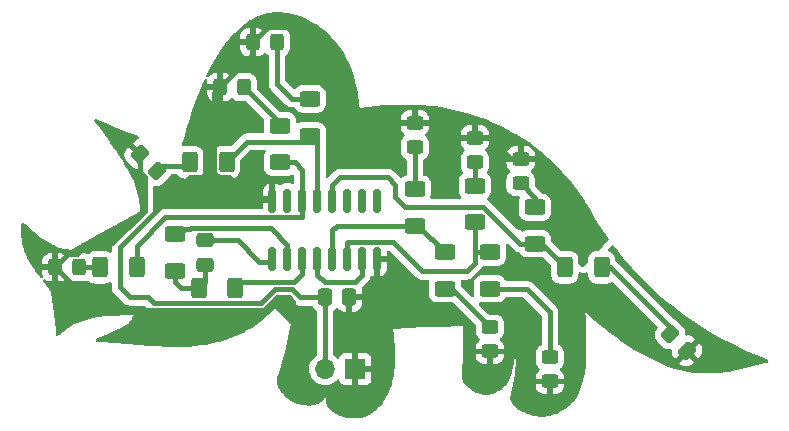
<source format=gbr>
%TF.GenerationSoftware,KiCad,Pcbnew,8.0.6+1*%
%TF.CreationDate,2024-12-11T00:22:32+00:00*%
%TF.ProjectId,Dino-Blinker,44696e6f-2d42-46c6-996e-6b65722e6b69,rev?*%
%TF.SameCoordinates,Original*%
%TF.FileFunction,Copper,L1,Top*%
%TF.FilePolarity,Positive*%
%FSLAX46Y46*%
G04 Gerber Fmt 4.6, Leading zero omitted, Abs format (unit mm)*
G04 Created by KiCad (PCBNEW 8.0.6+1) date 2024-12-11 00:22:32*
%MOMM*%
%LPD*%
G01*
G04 APERTURE LIST*
G04 Aperture macros list*
%AMRoundRect*
0 Rectangle with rounded corners*
0 $1 Rounding radius*
0 $2 $3 $4 $5 $6 $7 $8 $9 X,Y pos of 4 corners*
0 Add a 4 corners polygon primitive as box body*
4,1,4,$2,$3,$4,$5,$6,$7,$8,$9,$2,$3,0*
0 Add four circle primitives for the rounded corners*
1,1,$1+$1,$2,$3*
1,1,$1+$1,$4,$5*
1,1,$1+$1,$6,$7*
1,1,$1+$1,$8,$9*
0 Add four rect primitives between the rounded corners*
20,1,$1+$1,$2,$3,$4,$5,0*
20,1,$1+$1,$4,$5,$6,$7,0*
20,1,$1+$1,$6,$7,$8,$9,0*
20,1,$1+$1,$8,$9,$2,$3,0*%
G04 Aperture macros list end*
%TA.AperFunction,SMDPad,CuDef*%
%ADD10RoundRect,0.250000X0.625000X-0.400000X0.625000X0.400000X-0.625000X0.400000X-0.625000X-0.400000X0*%
%TD*%
%TA.AperFunction,SMDPad,CuDef*%
%ADD11RoundRect,0.250000X0.400000X0.625000X-0.400000X0.625000X-0.400000X-0.625000X0.400000X-0.625000X0*%
%TD*%
%TA.AperFunction,SMDPad,CuDef*%
%ADD12RoundRect,0.250000X0.475000X-0.337500X0.475000X0.337500X-0.475000X0.337500X-0.475000X-0.337500X0*%
%TD*%
%TA.AperFunction,SMDPad,CuDef*%
%ADD13RoundRect,0.250000X0.548008X0.088388X0.088388X0.548008X-0.548008X-0.088388X-0.088388X-0.548008X0*%
%TD*%
%TA.AperFunction,SMDPad,CuDef*%
%ADD14RoundRect,0.250000X-0.450000X0.325000X-0.450000X-0.325000X0.450000X-0.325000X0.450000X0.325000X0*%
%TD*%
%TA.AperFunction,ComponentPad*%
%ADD15R,1.700000X1.700000*%
%TD*%
%TA.AperFunction,ComponentPad*%
%ADD16O,1.700000X1.700000*%
%TD*%
%TA.AperFunction,SMDPad,CuDef*%
%ADD17RoundRect,0.250000X-0.325000X-0.450000X0.325000X-0.450000X0.325000X0.450000X-0.325000X0.450000X0*%
%TD*%
%TA.AperFunction,SMDPad,CuDef*%
%ADD18RoundRect,0.250000X-0.625000X0.400000X-0.625000X-0.400000X0.625000X-0.400000X0.625000X0.400000X0*%
%TD*%
%TA.AperFunction,SMDPad,CuDef*%
%ADD19RoundRect,0.250000X-0.400000X-0.625000X0.400000X-0.625000X0.400000X0.625000X-0.400000X0.625000X0*%
%TD*%
%TA.AperFunction,SMDPad,CuDef*%
%ADD20RoundRect,0.250000X0.337500X0.475000X-0.337500X0.475000X-0.337500X-0.475000X0.337500X-0.475000X0*%
%TD*%
%TA.AperFunction,SMDPad,CuDef*%
%ADD21RoundRect,0.150000X-0.150000X0.825000X-0.150000X-0.825000X0.150000X-0.825000X0.150000X0.825000X0*%
%TD*%
%TA.AperFunction,SMDPad,CuDef*%
%ADD22RoundRect,0.250000X-0.548008X-0.088388X-0.088388X-0.548008X0.548008X0.088388X0.088388X0.548008X0*%
%TD*%
%TA.AperFunction,SMDPad,CuDef*%
%ADD23RoundRect,0.250000X0.325000X0.450000X-0.325000X0.450000X-0.325000X-0.450000X0.325000X-0.450000X0*%
%TD*%
%TA.AperFunction,Conductor*%
%ADD24C,0.400000*%
%TD*%
G04 APERTURE END LIST*
D10*
%TO.P,R12,1*%
%TO.N,Net-(C1-Pad1)*%
X125730000Y-104420000D03*
%TO.P,R12,2*%
%TO.N,Net-(IC1-[Oslash]O)*%
X125730000Y-101320000D03*
%TD*%
D11*
%TO.P,R4,1*%
%TO.N,/LED4*%
X130100000Y-95250000D03*
%TO.P,R4,2*%
%TO.N,Net-(D4-K)*%
X127000000Y-95250000D03*
%TD*%
D10*
%TO.P,R7,1*%
%TO.N,/LED4*%
X137160000Y-92990000D03*
%TO.P,R7,2*%
%TO.N,Net-(D7-A)*%
X137160000Y-89890000D03*
%TD*%
D12*
%TO.P,C1,1*%
%TO.N,Net-(C1-Pad1)*%
X128270000Y-103907500D03*
%TO.P,C1,2*%
%TO.N,Net-(IC1-~{[Oslash]O})*%
X128270000Y-101832500D03*
%TD*%
D13*
%TO.P,D4,1,K*%
%TO.N,Net-(D4-K)*%
X124194784Y-95974784D03*
%TO.P,D4,2,A*%
%TO.N,VCC*%
X122745216Y-94525216D03*
%TD*%
D14*
%TO.P,D9,1,K*%
%TO.N,GND*%
X146050000Y-91930000D03*
%TO.P,D9,2,A*%
%TO.N,Net-(D9-A)*%
X146050000Y-93980000D03*
%TD*%
D15*
%TO.P,J1,1,Pin_1*%
%TO.N,VCC*%
X141000000Y-112750000D03*
D16*
%TO.P,J1,2,Pin_2*%
%TO.N,GND*%
X138460000Y-112750000D03*
%TD*%
D17*
%TO.P,D7,1,K*%
%TO.N,GND*%
X132325000Y-85090000D03*
%TO.P,D7,2,A*%
%TO.N,Net-(D7-A)*%
X134375000Y-85090000D03*
%TD*%
D10*
%TO.P,R6,1*%
%TO.N,/LED5*%
X134620000Y-95250000D03*
%TO.P,R6,2*%
%TO.N,Net-(D6-A)*%
X134620000Y-92150000D03*
%TD*%
D14*
%TO.P,D10,1,K*%
%TO.N,GND*%
X151130000Y-93200000D03*
%TO.P,D10,2,A*%
%TO.N,Net-(D10-A)*%
X151130000Y-95250000D03*
%TD*%
D18*
%TO.P,R1,1*%
%TO.N,/LED1*%
X152400000Y-102870000D03*
%TO.P,R1,2*%
%TO.N,Net-(D1-K)*%
X152400000Y-105970000D03*
%TD*%
D10*
%TO.P,R9,1*%
%TO.N,/LED2*%
X146050000Y-100610000D03*
%TO.P,R9,2*%
%TO.N,Net-(D9-A)*%
X146050000Y-97510000D03*
%TD*%
D14*
%TO.P,D1,1,K*%
%TO.N,Net-(D1-K)*%
X157480000Y-111760000D03*
%TO.P,D1,2,A*%
%TO.N,VCC*%
X157480000Y-113810000D03*
%TD*%
D19*
%TO.P,R11,1*%
%TO.N,Net-(C1-Pad1)*%
X127757841Y-105912863D03*
%TO.P,R11,2*%
%TO.N,Net-(IC1-~{[Oslash]I})*%
X130857841Y-105912863D03*
%TD*%
D14*
%TO.P,D8,1,K*%
%TO.N,GND*%
X155000000Y-94975000D03*
%TO.P,D8,2,A*%
%TO.N,Net-(D8-A)*%
X155000000Y-97025000D03*
%TD*%
D18*
%TO.P,R2,1*%
%TO.N,/LED2*%
X148590000Y-102870000D03*
%TO.P,R2,2*%
%TO.N,Net-(D2-K)*%
X148590000Y-105970000D03*
%TD*%
D14*
%TO.P,D2,1,K*%
%TO.N,Net-(D2-K)*%
X152400000Y-109220000D03*
%TO.P,D2,2,A*%
%TO.N,VCC*%
X152400000Y-111270000D03*
%TD*%
D20*
%TO.P,C2,1*%
%TO.N,VCC*%
X140505000Y-106680000D03*
%TO.P,C2,2*%
%TO.N,GND*%
X138430000Y-106680000D03*
%TD*%
D19*
%TO.P,R3,1*%
%TO.N,/LED3*%
X158750000Y-104140000D03*
%TO.P,R3,2*%
%TO.N,Net-(D3-K)*%
X161850000Y-104140000D03*
%TD*%
D10*
%TO.P,R10,1*%
%TO.N,/LED1*%
X151130000Y-100330000D03*
%TO.P,R10,2*%
%TO.N,Net-(D10-A)*%
X151130000Y-97230000D03*
%TD*%
D17*
%TO.P,D6,1,K*%
%TO.N,GND*%
X129540000Y-88900000D03*
%TO.P,D6,2,A*%
%TO.N,Net-(D6-A)*%
X131590000Y-88900000D03*
%TD*%
D21*
%TO.P,IC1,1,Q12*%
%TO.N,unconnected-(IC1-Q12-Pad1)*%
X142875000Y-98490000D03*
%TO.P,IC1,2,Q13*%
%TO.N,unconnected-(IC1-Q13-Pad2)*%
X141605000Y-98490000D03*
%TO.P,IC1,3,Q14*%
%TO.N,unconnected-(IC1-Q14-Pad3)*%
X140335000Y-98490000D03*
%TO.P,IC1,4,Q6*%
%TO.N,/LED3*%
X139065000Y-98490000D03*
%TO.P,IC1,5,Q5*%
%TO.N,/LED4*%
X137795000Y-98490000D03*
%TO.P,IC1,6,Q7*%
%TO.N,/LED5*%
X136525000Y-98490000D03*
%TO.P,IC1,7,Q4*%
%TO.N,unconnected-(IC1-Q4-Pad7)*%
X135255000Y-98490000D03*
%TO.P,IC1,8,GND*%
%TO.N,GND*%
X133985000Y-98490000D03*
%TO.P,IC1,9,~{[Oslash]O}*%
%TO.N,Net-(IC1-~{[Oslash]O})*%
X133985000Y-103440000D03*
%TO.P,IC1,10,[Oslash]O*%
%TO.N,Net-(IC1-[Oslash]O)*%
X135255000Y-103440000D03*
%TO.P,IC1,11,~{[Oslash]I}*%
%TO.N,Net-(IC1-~{[Oslash]I})*%
X136525000Y-103440000D03*
%TO.P,IC1,12,CLEAR*%
%TO.N,Net-(IC1-CLEAR)*%
X137795000Y-103440000D03*
%TO.P,IC1,13,Q9*%
%TO.N,/LED2*%
X139065000Y-103440000D03*
%TO.P,IC1,14,Q8*%
%TO.N,/LED1*%
X140335000Y-103440000D03*
%TO.P,IC1,15,Q10*%
%TO.N,Net-(IC1-CLEAR)*%
X141605000Y-103440000D03*
%TO.P,IC1,16,VCC*%
%TO.N,VCC*%
X142875000Y-103440000D03*
%TD*%
D11*
%TO.P,R5,1*%
%TO.N,/LED5*%
X122480000Y-104140000D03*
%TO.P,R5,2*%
%TO.N,Net-(D5-K)*%
X119380000Y-104140000D03*
%TD*%
D10*
%TO.P,R8,1*%
%TO.N,/LED3*%
X156210000Y-102160000D03*
%TO.P,R8,2*%
%TO.N,Net-(D8-A)*%
X156210000Y-99060000D03*
%TD*%
D22*
%TO.P,D3,1,K*%
%TO.N,Net-(D3-K)*%
X167640000Y-109765216D03*
%TO.P,D3,2,A*%
%TO.N,VCC*%
X169089568Y-111214784D03*
%TD*%
D23*
%TO.P,D5,1,K*%
%TO.N,Net-(D5-K)*%
X117620000Y-104140000D03*
%TO.P,D5,2,A*%
%TO.N,VCC*%
X115570000Y-104140000D03*
%TD*%
D24*
%TO.N,Net-(C1-Pad1)*%
X127757841Y-105912863D02*
X126232863Y-105912863D01*
X126232863Y-105912863D02*
X125730000Y-105410000D01*
X125730000Y-105410000D02*
X125730000Y-104420000D01*
X128270000Y-105400704D02*
X127757841Y-105912863D01*
X128270000Y-103907500D02*
X128270000Y-105400704D01*
%TO.N,Net-(IC1-~{[Oslash]O})*%
X132887000Y-103677000D02*
X133985000Y-103677000D01*
X131042500Y-101832500D02*
X132887000Y-103677000D01*
X128270000Y-101832500D02*
X131042500Y-101832500D01*
%TO.N,VCC*%
X135753880Y-113313903D02*
X135753880Y-107084383D01*
X164454979Y-110000000D02*
X165669763Y-110000000D01*
X123190000Y-99343052D02*
X120430152Y-102102900D01*
X140795746Y-114795746D02*
X137235723Y-114795746D01*
X119217863Y-107787863D02*
X115570000Y-104140000D01*
X142875000Y-107394500D02*
X141930000Y-108339500D01*
X120430152Y-102102900D02*
X118387989Y-102102900D01*
X159190000Y-113810000D02*
X159423083Y-113576917D01*
X134397393Y-106680000D02*
X133289530Y-107787863D01*
X135753880Y-107084383D02*
X135349497Y-106680000D01*
X133289530Y-107787863D02*
X119217863Y-107787863D01*
X141930000Y-110070000D02*
X141000000Y-111000000D01*
X155447223Y-113318590D02*
X155938633Y-113810000D01*
X118387989Y-102102900D02*
X117450889Y-103040000D01*
X141930000Y-108339500D02*
X141930000Y-110070000D01*
X150831320Y-109067445D02*
X149158375Y-107394500D01*
X122745216Y-96080850D02*
X123190000Y-96525634D01*
X116670000Y-103040000D02*
X115570000Y-104140000D01*
X159423083Y-107276917D02*
X160020000Y-106680000D01*
X152400000Y-111270000D02*
X151037575Y-111270000D01*
X141000000Y-112750000D02*
X141000000Y-114591492D01*
X155447223Y-111677181D02*
X155447223Y-113318590D01*
X122745216Y-94525216D02*
X122745216Y-96080850D01*
X167424913Y-111755149D02*
X167804481Y-111901049D01*
X161134979Y-106680000D02*
X164454979Y-110000000D01*
X152400000Y-111270000D02*
X155040042Y-111270000D01*
X157480000Y-113810000D02*
X159190000Y-113810000D01*
X142875000Y-107394500D02*
X142875000Y-103677000D01*
X141000000Y-111000000D02*
X141000000Y-112750000D01*
X167804481Y-111901049D02*
X168232167Y-112045023D01*
X151037575Y-111270000D02*
X150831320Y-111063745D01*
X123190000Y-96525634D02*
X123190000Y-99343052D01*
X149158375Y-107394500D02*
X142875000Y-107394500D01*
X168253283Y-112051069D02*
X169089568Y-111214784D01*
X135349497Y-106680000D02*
X134397393Y-106680000D01*
X117450889Y-103040000D02*
X116670000Y-103040000D01*
X160020000Y-106680000D02*
X161134979Y-106680000D01*
X165669763Y-110000000D02*
X167424913Y-111755149D01*
X150831320Y-111063745D02*
X150831320Y-109067445D01*
X141000000Y-114591492D02*
X140795746Y-114795746D01*
X168232167Y-112045023D02*
X168253283Y-112051069D01*
X140505000Y-106680000D02*
X142875000Y-106680000D01*
X159423083Y-113576917D02*
X159423083Y-107276917D01*
X155938633Y-113810000D02*
X157480000Y-113810000D01*
X137235723Y-114795746D02*
X135753880Y-113313903D01*
X155040042Y-111270000D02*
X155447223Y-111677181D01*
%TO.N,GND*%
X155000000Y-94975000D02*
X154225000Y-94975000D01*
X134218865Y-106010000D02*
X133041002Y-107187863D01*
X141460000Y-91930000D02*
X137160000Y-87630000D01*
X137160000Y-85000380D02*
X135979620Y-83820000D01*
X121067531Y-105824723D02*
X121067531Y-102452469D01*
X137160000Y-87630000D02*
X137160000Y-85000380D01*
X138430000Y-113030000D02*
X138430000Y-106680000D01*
X121067531Y-102452469D02*
X126995000Y-96525000D01*
X136328028Y-106680000D02*
X135658028Y-106010000D01*
X152450000Y-93200000D02*
X151130000Y-93200000D01*
X129050000Y-96144239D02*
X129050000Y-89390000D01*
X126995000Y-96525000D02*
X129430761Y-96525000D01*
X133595000Y-83820000D02*
X132325000Y-85090000D01*
X151130000Y-93200000D02*
X149450000Y-93200000D01*
X121922808Y-106680000D02*
X121067531Y-105824723D01*
X129540000Y-88900000D02*
X132325000Y-86115000D01*
X146050000Y-91930000D02*
X141460000Y-91930000D01*
X132080000Y-98253000D02*
X130352000Y-96525000D01*
X132080000Y-98253000D02*
X133985000Y-98253000D01*
X149450000Y-93200000D02*
X148180000Y-91930000D01*
X148180000Y-91930000D02*
X146050000Y-91930000D01*
X154225000Y-94975000D02*
X152450000Y-93200000D01*
X138430000Y-106680000D02*
X136328028Y-106680000D01*
X135979620Y-83820000D02*
X133595000Y-83820000D01*
X132325000Y-86115000D02*
X132325000Y-85090000D01*
X123438528Y-106680000D02*
X121922808Y-106680000D01*
X133041002Y-107187863D02*
X123946391Y-107187863D01*
X135658028Y-106010000D02*
X134218865Y-106010000D01*
X129430761Y-96525000D02*
X129050000Y-96144239D01*
X129050000Y-89390000D02*
X129540000Y-88900000D01*
X130352000Y-96525000D02*
X129430761Y-96525000D01*
X123946391Y-107187863D02*
X123438528Y-106680000D01*
%TO.N,Net-(D1-K)*%
X157480000Y-107950000D02*
X157480000Y-111760000D01*
X155500000Y-105970000D02*
X157480000Y-107950000D01*
X152400000Y-105970000D02*
X155500000Y-105970000D01*
%TO.N,Net-(D2-K)*%
X149150000Y-105970000D02*
X152400000Y-109220000D01*
X148590000Y-105970000D02*
X149150000Y-105970000D01*
%TO.N,Net-(D3-K)*%
X161850000Y-104140000D02*
X162560000Y-104140000D01*
X162560000Y-104140000D02*
X167640000Y-109220000D01*
X167640000Y-109220000D02*
X167640000Y-109765216D01*
%TO.N,Net-(D4-K)*%
X126711862Y-95538138D02*
X127000000Y-95250000D01*
X124194784Y-95974784D02*
X124631430Y-95538138D01*
X124631430Y-95538138D02*
X126711862Y-95538138D01*
%TO.N,Net-(D5-K)*%
X117620000Y-104140000D02*
X119380000Y-104140000D01*
%TO.N,Net-(D6-A)*%
X134620000Y-91930000D02*
X131590000Y-88900000D01*
X134620000Y-92150000D02*
X134620000Y-91930000D01*
%TO.N,Net-(D7-A)*%
X137160000Y-89890000D02*
X135610000Y-89890000D01*
X134375000Y-88655000D02*
X134375000Y-85090000D01*
X135610000Y-89890000D02*
X134375000Y-88655000D01*
%TO.N,Net-(D8-A)*%
X156210000Y-99060000D02*
X156210000Y-98235000D01*
X156210000Y-98235000D02*
X155000000Y-97025000D01*
%TO.N,Net-(D9-A)*%
X146050000Y-97510000D02*
X146050000Y-93980000D01*
%TO.N,Net-(D10-A)*%
X151130000Y-97230000D02*
X151130000Y-95250000D01*
%TO.N,/LED3*%
X144377620Y-97138942D02*
X144377620Y-98219739D01*
X151840000Y-99060000D02*
X154940000Y-102160000D01*
X158750000Y-104140000D02*
X156770000Y-102160000D01*
X139065000Y-97155000D02*
X139700000Y-96520000D01*
X139065000Y-98253000D02*
X139065000Y-97155000D01*
X143758678Y-96520000D02*
X144377620Y-97138942D01*
X139700000Y-96520000D02*
X143758678Y-96520000D01*
X156770000Y-102160000D02*
X154940000Y-102160000D01*
X144377620Y-98219739D02*
X145217881Y-99060000D01*
X145217881Y-99060000D02*
X151840000Y-99060000D01*
%TO.N,/LED4*%
X137795000Y-98253000D02*
X137795000Y-93625000D01*
X131850838Y-93499162D02*
X130100000Y-95250000D01*
X137669162Y-93499162D02*
X131850838Y-93499162D01*
X137795000Y-93625000D02*
X137669162Y-93499162D01*
%TO.N,/LED5*%
X122480000Y-102310000D02*
X124872250Y-99917750D01*
X122480000Y-104140000D02*
X122480000Y-102310000D01*
X124872250Y-99917750D02*
X136525000Y-99917750D01*
X134620000Y-95250000D02*
X135890000Y-95250000D01*
X136525000Y-99917750D02*
X136525000Y-98253000D01*
X135890000Y-95250000D02*
X136525000Y-95885000D01*
X136525000Y-95885000D02*
X136525000Y-98253000D01*
%TO.N,Net-(IC1-[Oslash]O)*%
X127085000Y-100845000D02*
X133865000Y-100845000D01*
X135255000Y-102235000D02*
X135255000Y-103677000D01*
X126538528Y-100930000D02*
X127000000Y-100930000D01*
X127000000Y-100930000D02*
X127085000Y-100845000D01*
X126435000Y-101033528D02*
X126538528Y-100930000D01*
X133865000Y-100845000D02*
X135255000Y-102235000D01*
%TO.N,Net-(IC1-~{[Oslash]I})*%
X135814448Y-105410000D02*
X131370000Y-105410000D01*
X136525000Y-103677000D02*
X136525000Y-104699448D01*
X136525000Y-104699448D02*
X135814448Y-105410000D01*
%TO.N,Net-(IC1-CLEAR)*%
X141605000Y-103677000D02*
X141605000Y-104775000D01*
X137795000Y-104775000D02*
X137795000Y-103677000D01*
X141605000Y-104775000D02*
X140970000Y-105410000D01*
X140970000Y-105410000D02*
X138430000Y-105410000D01*
X138430000Y-105410000D02*
X137795000Y-104775000D01*
%TO.N,/LED2*%
X139065000Y-100965000D02*
X139420000Y-100610000D01*
X146050000Y-100610000D02*
X146330000Y-100610000D01*
X139420000Y-100610000D02*
X146050000Y-100610000D01*
X146330000Y-100610000D02*
X148590000Y-102870000D01*
X139065000Y-103677000D02*
X139065000Y-100965000D01*
%TO.N,/LED1*%
X140335000Y-103677000D02*
X140335000Y-102102250D01*
X140335000Y-102102250D02*
X140412986Y-102024264D01*
X151130000Y-102870000D02*
X151130000Y-100330000D01*
X146693828Y-104485947D02*
X150421585Y-104485947D01*
X144232145Y-102024264D02*
X146693828Y-104485947D01*
X140412986Y-102024264D02*
X144232145Y-102024264D01*
X152400000Y-102870000D02*
X151130000Y-102870000D01*
X151130000Y-103777532D02*
X151130000Y-102870000D01*
X150421585Y-104485947D02*
X151130000Y-103777532D01*
%TD*%
%TA.AperFunction,Conductor*%
%TO.N,GND*%
G36*
X134459468Y-82547144D02*
G01*
X134618048Y-82549965D01*
X134621893Y-82550093D01*
X134781622Y-82557996D01*
X134785446Y-82558245D01*
X134945612Y-82571188D01*
X134949406Y-82571554D01*
X135109600Y-82589516D01*
X135113358Y-82589997D01*
X135272930Y-82612928D01*
X135276738Y-82613537D01*
X135435162Y-82641402D01*
X135438942Y-82642129D01*
X135595649Y-82674881D01*
X135599586Y-82675772D01*
X135753963Y-82713350D01*
X135757989Y-82714402D01*
X135909539Y-82756766D01*
X135913684Y-82758004D01*
X136061201Y-82804892D01*
X136066649Y-82806765D01*
X136478762Y-82959308D01*
X136485410Y-82961991D01*
X136881929Y-83135593D01*
X136888543Y-83138725D01*
X137024494Y-83208106D01*
X137269782Y-83333286D01*
X137276305Y-83336864D01*
X137571203Y-83510405D01*
X137642114Y-83552134D01*
X137648462Y-83556134D01*
X137998583Y-83791822D01*
X138004698Y-83796215D01*
X138127210Y-83890000D01*
X138338892Y-84052046D01*
X138344744Y-84056815D01*
X138662793Y-84332542D01*
X138668319Y-84337634D01*
X138926070Y-84590013D01*
X138969982Y-84633009D01*
X138975140Y-84638372D01*
X139060033Y-84732127D01*
X139260164Y-84953148D01*
X139264936Y-84958743D01*
X139533059Y-85292671D01*
X139537418Y-85298436D01*
X139788384Y-85651289D01*
X139792320Y-85657172D01*
X140010143Y-86003724D01*
X140025832Y-86028684D01*
X140029344Y-86034632D01*
X140245146Y-86424606D01*
X140248239Y-86430572D01*
X140446004Y-86838699D01*
X140448686Y-86844626D01*
X140628142Y-87270706D01*
X140630443Y-87276584D01*
X140791246Y-87720256D01*
X140793215Y-87726145D01*
X140880589Y-88010989D01*
X140881875Y-88015482D01*
X140968825Y-88342408D01*
X140969679Y-88345812D01*
X141018493Y-88552769D01*
X141052619Y-88697449D01*
X141053281Y-88700415D01*
X141128741Y-89059506D01*
X141129326Y-89062470D01*
X141193850Y-89411577D01*
X141194433Y-89414998D01*
X141244637Y-89736758D01*
X141245270Y-89741389D01*
X141277903Y-90018827D01*
X141278406Y-90024052D01*
X141286976Y-90138490D01*
X141287257Y-90143749D01*
X141290429Y-90241996D01*
X141290491Y-90245202D01*
X141290981Y-90321793D01*
X141292809Y-90389974D01*
X141294662Y-90420447D01*
X141297378Y-90448596D01*
X141297379Y-90448604D01*
X141301133Y-90474452D01*
X141306099Y-90498067D01*
X141306103Y-90498081D01*
X141312455Y-90519498D01*
X141312459Y-90519510D01*
X141320388Y-90538831D01*
X141320391Y-90538838D01*
X141330052Y-90556064D01*
X141330056Y-90556070D01*
X141330060Y-90556077D01*
X141341653Y-90571305D01*
X141355344Y-90584569D01*
X141355347Y-90584571D01*
X141355350Y-90584574D01*
X141371302Y-90595918D01*
X141371308Y-90595922D01*
X141389724Y-90605419D01*
X141410766Y-90613113D01*
X141410768Y-90613113D01*
X141410775Y-90613116D01*
X141434581Y-90619050D01*
X141434596Y-90619052D01*
X141434613Y-90619057D01*
X141461440Y-90623306D01*
X141491423Y-90625912D01*
X141503322Y-90626275D01*
X141524732Y-90626930D01*
X141524738Y-90626929D01*
X141524741Y-90626930D01*
X141561568Y-90626413D01*
X141602082Y-90624415D01*
X141602091Y-90624414D01*
X141602097Y-90624414D01*
X141610390Y-90623773D01*
X141646459Y-90620989D01*
X141694876Y-90616190D01*
X141804536Y-90602684D01*
X141932473Y-90584326D01*
X142247686Y-90534951D01*
X142249936Y-90534621D01*
X142495472Y-90501135D01*
X142499494Y-90500655D01*
X142785697Y-90471287D01*
X142789779Y-90470936D01*
X143467254Y-90424121D01*
X143470914Y-90423923D01*
X144243045Y-90393840D01*
X144245876Y-90393763D01*
X145064222Y-90380726D01*
X145066675Y-90380713D01*
X145882268Y-90385010D01*
X145885104Y-90385058D01*
X146648868Y-90406922D01*
X146652693Y-90407091D01*
X147316154Y-90446715D01*
X147320436Y-90447045D01*
X147597401Y-90473361D01*
X147601818Y-90473861D01*
X147835413Y-90504549D01*
X147840415Y-90505313D01*
X148573732Y-90632698D01*
X148577837Y-90633484D01*
X149295922Y-90783816D01*
X149300121Y-90784773D01*
X150002472Y-90957980D01*
X150006789Y-90959129D01*
X150693582Y-91155263D01*
X150697933Y-91156594D01*
X151369334Y-91375713D01*
X151373710Y-91377235D01*
X152029748Y-91619353D01*
X152034198Y-91621093D01*
X152675075Y-91886284D01*
X152679510Y-91888223D01*
X153305287Y-92176510D01*
X153309720Y-92178660D01*
X153920587Y-92490122D01*
X153924935Y-92492449D01*
X154227006Y-92662060D01*
X154521041Y-92827159D01*
X154525344Y-92829691D01*
X154604428Y-92878384D01*
X155106742Y-93187664D01*
X155110909Y-93190346D01*
X155677825Y-93571711D01*
X155681859Y-93574545D01*
X156234336Y-93979313D01*
X156238235Y-93982291D01*
X156602497Y-94272151D01*
X156776418Y-94410548D01*
X156780181Y-94413665D01*
X157271570Y-94837354D01*
X157304199Y-94865487D01*
X157307776Y-94868695D01*
X157786128Y-95314676D01*
X157818295Y-95344666D01*
X157820593Y-95346864D01*
X158065801Y-95587524D01*
X158067042Y-95588759D01*
X158301053Y-95825010D01*
X158302413Y-95826405D01*
X158525687Y-96059015D01*
X158527150Y-96060566D01*
X158740775Y-96290924D01*
X158742318Y-96292619D01*
X158947392Y-96522124D01*
X158948989Y-96523946D01*
X159146651Y-96754049D01*
X159148270Y-96755973D01*
X159339549Y-96988002D01*
X159341157Y-96989995D01*
X159527219Y-97225440D01*
X159528764Y-97227437D01*
X159663063Y-97404803D01*
X159710654Y-97467656D01*
X159712156Y-97469682D01*
X159872678Y-97690887D01*
X159890981Y-97716108D01*
X159892391Y-97718093D01*
X160069217Y-97972113D01*
X160070520Y-97974021D01*
X160246481Y-98237121D01*
X160247664Y-98238924D01*
X160423775Y-98512423D01*
X160424820Y-98514074D01*
X160484434Y-98609983D01*
X160602013Y-98799146D01*
X160603360Y-98801366D01*
X160967046Y-99414759D01*
X161157262Y-99729510D01*
X161590599Y-100446555D01*
X161590605Y-100446564D01*
X162249030Y-101440663D01*
X162251780Y-101444814D01*
X162431362Y-101692791D01*
X162454741Y-101758634D01*
X162438810Y-101826663D01*
X162421892Y-101849797D01*
X161611216Y-102724775D01*
X161551214Y-102760573D01*
X161520257Y-102764500D01*
X161399999Y-102764500D01*
X161399980Y-102764501D01*
X161297203Y-102775000D01*
X161297200Y-102775001D01*
X161130668Y-102830185D01*
X161130663Y-102830187D01*
X160981342Y-102922289D01*
X160857289Y-103046342D01*
X160765187Y-103195663D01*
X160765186Y-103195666D01*
X160710001Y-103362203D01*
X160710001Y-103362204D01*
X160710000Y-103362204D01*
X160699500Y-103464983D01*
X160699500Y-103660196D01*
X160679815Y-103727235D01*
X160666460Y-103744471D01*
X160367627Y-104067007D01*
X160307625Y-104102805D01*
X160237794Y-104100481D01*
X160214092Y-104089785D01*
X159961924Y-103942388D01*
X159913980Y-103891564D01*
X159900499Y-103835335D01*
X159900499Y-103464998D01*
X159900498Y-103464981D01*
X159889999Y-103362203D01*
X159889998Y-103362200D01*
X159871489Y-103306343D01*
X159834814Y-103195666D01*
X159742712Y-103046344D01*
X159618656Y-102922288D01*
X159469334Y-102830186D01*
X159302797Y-102775001D01*
X159302795Y-102775000D01*
X159200016Y-102764500D01*
X159200009Y-102764500D01*
X158416519Y-102764500D01*
X158349480Y-102744815D01*
X158328838Y-102728181D01*
X157621818Y-102021161D01*
X157588333Y-101959838D01*
X157585499Y-101933480D01*
X157585499Y-101709998D01*
X157585498Y-101709981D01*
X157574999Y-101607203D01*
X157574998Y-101607200D01*
X157573511Y-101602712D01*
X157519814Y-101440666D01*
X157427712Y-101291344D01*
X157303656Y-101167288D01*
X157154334Y-101075186D01*
X156987797Y-101020001D01*
X156987795Y-101020000D01*
X156885010Y-101009500D01*
X155534998Y-101009500D01*
X155534981Y-101009501D01*
X155432203Y-101020000D01*
X155432200Y-101020001D01*
X155265667Y-101075185D01*
X155227345Y-101098822D01*
X155159952Y-101117260D01*
X155099678Y-101100335D01*
X154563070Y-100786680D01*
X154537967Y-100767310D01*
X152286546Y-98515888D01*
X152286543Y-98515885D01*
X152188749Y-98450542D01*
X152143944Y-98396930D01*
X152135237Y-98327605D01*
X152165391Y-98264578D01*
X152192542Y-98241902D01*
X152223656Y-98222712D01*
X152347712Y-98098656D01*
X152439814Y-97949334D01*
X152494999Y-97782797D01*
X152505500Y-97680009D01*
X152505499Y-96779992D01*
X152503045Y-96755973D01*
X152494999Y-96677203D01*
X152494998Y-96677200D01*
X152485979Y-96649983D01*
X153799500Y-96649983D01*
X153799500Y-97400001D01*
X153799501Y-97400019D01*
X153810000Y-97502796D01*
X153810001Y-97502799D01*
X153865185Y-97669331D01*
X153865187Y-97669336D01*
X153878479Y-97690886D01*
X153957288Y-97818656D01*
X154081344Y-97942712D01*
X154230666Y-98034814D01*
X154397203Y-98089999D01*
X154499991Y-98100500D01*
X154826148Y-98100499D01*
X154893186Y-98120183D01*
X154938941Y-98172987D01*
X154948885Y-98242146D01*
X154931686Y-98289595D01*
X154900190Y-98340659D01*
X154900185Y-98340668D01*
X154881542Y-98396930D01*
X154845001Y-98507203D01*
X154845001Y-98507204D01*
X154845000Y-98507204D01*
X154834500Y-98609983D01*
X154834500Y-99510001D01*
X154834501Y-99510019D01*
X154845000Y-99612796D01*
X154845001Y-99612799D01*
X154900185Y-99779331D01*
X154900187Y-99779336D01*
X154918548Y-99809104D01*
X154992288Y-99928656D01*
X155116344Y-100052712D01*
X155265666Y-100144814D01*
X155432203Y-100199999D01*
X155534991Y-100210500D01*
X156885008Y-100210499D01*
X156987797Y-100199999D01*
X157154334Y-100144814D01*
X157303656Y-100052712D01*
X157427712Y-99928656D01*
X157519814Y-99779334D01*
X157574999Y-99612797D01*
X157585500Y-99510009D01*
X157585499Y-98609992D01*
X157574999Y-98507203D01*
X157519814Y-98340666D01*
X157427712Y-98191344D01*
X157303656Y-98067288D01*
X157154334Y-97975186D01*
X156987797Y-97920001D01*
X156987795Y-97920000D01*
X156889396Y-97909948D01*
X156824705Y-97883552D01*
X156798898Y-97855483D01*
X156754114Y-97788458D01*
X156656542Y-97690886D01*
X156236818Y-97271162D01*
X156203333Y-97209839D01*
X156200499Y-97183481D01*
X156200499Y-96649998D01*
X156200498Y-96649981D01*
X156189999Y-96547203D01*
X156189998Y-96547200D01*
X156163658Y-96467712D01*
X156134814Y-96380666D01*
X156042712Y-96231344D01*
X155918656Y-96107288D01*
X155915342Y-96105243D01*
X155913546Y-96103248D01*
X155912989Y-96102807D01*
X155913064Y-96102711D01*
X155868618Y-96053297D01*
X155857397Y-95984334D01*
X155885240Y-95920252D01*
X155915348Y-95894165D01*
X155918342Y-95892318D01*
X156042315Y-95768345D01*
X156134356Y-95619124D01*
X156134358Y-95619119D01*
X156189505Y-95452697D01*
X156189506Y-95452690D01*
X156199999Y-95349986D01*
X156200000Y-95349973D01*
X156200000Y-95225000D01*
X153800001Y-95225000D01*
X153800001Y-95349986D01*
X153810494Y-95452697D01*
X153865641Y-95619119D01*
X153865643Y-95619124D01*
X153957684Y-95768345D01*
X154081655Y-95892316D01*
X154081659Y-95892319D01*
X154084656Y-95894168D01*
X154086279Y-95895972D01*
X154087323Y-95896798D01*
X154087181Y-95896976D01*
X154131381Y-95946116D01*
X154142602Y-96015079D01*
X154114759Y-96079161D01*
X154084661Y-96105241D01*
X154081349Y-96107283D01*
X154081343Y-96107288D01*
X153957289Y-96231342D01*
X153865187Y-96380663D01*
X153865185Y-96380668D01*
X153850433Y-96425187D01*
X153810001Y-96547203D01*
X153810001Y-96547204D01*
X153810000Y-96547204D01*
X153799500Y-96649983D01*
X152485979Y-96649983D01*
X152439814Y-96510666D01*
X152347712Y-96361344D01*
X152223656Y-96237288D01*
X152223652Y-96237285D01*
X152205092Y-96225837D01*
X152158367Y-96173889D01*
X152147146Y-96104927D01*
X152169967Y-96050449D01*
X152168920Y-96049803D01*
X152172710Y-96043657D01*
X152172712Y-96043656D01*
X152264814Y-95894334D01*
X152319999Y-95727797D01*
X152330500Y-95625009D01*
X152330499Y-94874992D01*
X152324672Y-94817953D01*
X152319999Y-94772203D01*
X152319998Y-94772200D01*
X152298024Y-94705887D01*
X152264814Y-94605666D01*
X152261327Y-94600013D01*
X153800000Y-94600013D01*
X153800000Y-94725000D01*
X154750000Y-94725000D01*
X155250000Y-94725000D01*
X156199999Y-94725000D01*
X156199999Y-94600028D01*
X156199998Y-94600013D01*
X156189505Y-94497302D01*
X156134358Y-94330880D01*
X156134356Y-94330875D01*
X156042315Y-94181654D01*
X155918345Y-94057684D01*
X155769124Y-93965643D01*
X155769119Y-93965641D01*
X155602697Y-93910494D01*
X155602690Y-93910493D01*
X155499986Y-93900000D01*
X155250000Y-93900000D01*
X155250000Y-94725000D01*
X154750000Y-94725000D01*
X154750000Y-93900000D01*
X154500029Y-93900000D01*
X154500012Y-93900001D01*
X154397302Y-93910494D01*
X154230880Y-93965641D01*
X154230875Y-93965643D01*
X154081654Y-94057684D01*
X153957684Y-94181654D01*
X153865643Y-94330875D01*
X153865641Y-94330880D01*
X153810494Y-94497302D01*
X153810493Y-94497309D01*
X153800000Y-94600013D01*
X152261327Y-94600013D01*
X152172712Y-94456344D01*
X152048656Y-94332288D01*
X152045342Y-94330243D01*
X152043546Y-94328248D01*
X152042989Y-94327807D01*
X152043064Y-94327711D01*
X151998618Y-94278297D01*
X151987397Y-94209334D01*
X152015240Y-94145252D01*
X152045348Y-94119165D01*
X152048342Y-94117318D01*
X152172315Y-93993345D01*
X152264356Y-93844124D01*
X152264358Y-93844119D01*
X152319505Y-93677697D01*
X152319506Y-93677690D01*
X152329999Y-93574986D01*
X152330000Y-93574973D01*
X152330000Y-93450000D01*
X149930001Y-93450000D01*
X149930001Y-93574986D01*
X149940494Y-93677697D01*
X149995641Y-93844119D01*
X149995643Y-93844124D01*
X150087684Y-93993345D01*
X150211655Y-94117316D01*
X150211659Y-94117319D01*
X150214656Y-94119168D01*
X150216279Y-94120972D01*
X150217323Y-94121798D01*
X150217181Y-94121976D01*
X150261381Y-94171116D01*
X150272602Y-94240079D01*
X150244759Y-94304161D01*
X150214661Y-94330241D01*
X150211349Y-94332283D01*
X150211343Y-94332288D01*
X150087289Y-94456342D01*
X149995187Y-94605663D01*
X149995185Y-94605668D01*
X149987380Y-94629222D01*
X149940001Y-94772203D01*
X149940001Y-94772204D01*
X149940000Y-94772204D01*
X149929500Y-94874983D01*
X149929500Y-95625001D01*
X149929501Y-95625019D01*
X149940000Y-95727796D01*
X149940001Y-95727799D01*
X149995185Y-95894331D01*
X149995187Y-95894336D01*
X149998201Y-95899222D01*
X150077507Y-96027799D01*
X150091080Y-96049803D01*
X150089946Y-96050502D01*
X150113217Y-96108185D01*
X150100176Y-96176827D01*
X150054909Y-96225836D01*
X150036347Y-96237285D01*
X150036343Y-96237288D01*
X149912289Y-96361342D01*
X149820187Y-96510663D01*
X149820185Y-96510668D01*
X149803900Y-96559814D01*
X149765001Y-96677203D01*
X149765001Y-96677204D01*
X149765000Y-96677204D01*
X149754500Y-96779983D01*
X149754500Y-97680001D01*
X149754501Y-97680019D01*
X149765000Y-97782796D01*
X149765001Y-97782799D01*
X149820185Y-97949331D01*
X149820187Y-97949336D01*
X149836132Y-97975187D01*
X149906948Y-98089999D01*
X149912289Y-98098657D01*
X149961451Y-98147819D01*
X149994936Y-98209142D01*
X149989952Y-98278834D01*
X149948080Y-98334767D01*
X149882616Y-98359184D01*
X149873770Y-98359500D01*
X147488401Y-98359500D01*
X147421362Y-98339815D01*
X147375607Y-98287011D01*
X147365663Y-98217853D01*
X147370695Y-98196496D01*
X147414999Y-98062797D01*
X147425500Y-97960009D01*
X147425499Y-97059992D01*
X147421148Y-97017402D01*
X147414999Y-96957203D01*
X147414998Y-96957200D01*
X147410732Y-96944326D01*
X147359814Y-96790666D01*
X147267712Y-96641344D01*
X147143656Y-96517288D01*
X146994334Y-96425186D01*
X146863157Y-96381718D01*
X146835496Y-96372552D01*
X146778051Y-96332779D01*
X146751228Y-96268263D01*
X146750500Y-96254846D01*
X146750500Y-95100908D01*
X146770185Y-95033869D01*
X146814271Y-94995363D01*
X146813187Y-94993605D01*
X146819332Y-94989814D01*
X146819334Y-94989814D01*
X146968656Y-94897712D01*
X147092712Y-94773656D01*
X147184814Y-94624334D01*
X147239999Y-94457797D01*
X147250500Y-94355009D01*
X147250499Y-93604992D01*
X147239999Y-93502203D01*
X147184814Y-93335666D01*
X147092712Y-93186344D01*
X146968656Y-93062288D01*
X146965342Y-93060243D01*
X146963546Y-93058248D01*
X146962989Y-93057807D01*
X146963064Y-93057711D01*
X146918618Y-93008297D01*
X146907397Y-92939334D01*
X146935240Y-92875252D01*
X146965348Y-92849165D01*
X146968342Y-92847318D01*
X146990647Y-92825013D01*
X149930000Y-92825013D01*
X149930000Y-92950000D01*
X150880000Y-92950000D01*
X151380000Y-92950000D01*
X152329999Y-92950000D01*
X152329999Y-92825028D01*
X152329998Y-92825013D01*
X152319505Y-92722302D01*
X152264358Y-92555880D01*
X152264356Y-92555875D01*
X152172315Y-92406654D01*
X152048345Y-92282684D01*
X151899124Y-92190643D01*
X151899119Y-92190641D01*
X151732697Y-92135494D01*
X151732690Y-92135493D01*
X151629986Y-92125000D01*
X151380000Y-92125000D01*
X151380000Y-92950000D01*
X150880000Y-92950000D01*
X150880000Y-92125000D01*
X150630029Y-92125000D01*
X150630012Y-92125001D01*
X150527302Y-92135494D01*
X150360880Y-92190641D01*
X150360875Y-92190643D01*
X150211654Y-92282684D01*
X150087684Y-92406654D01*
X149995643Y-92555875D01*
X149995641Y-92555880D01*
X149940494Y-92722302D01*
X149940493Y-92722309D01*
X149930000Y-92825013D01*
X146990647Y-92825013D01*
X147092315Y-92723345D01*
X147184356Y-92574124D01*
X147184358Y-92574119D01*
X147239505Y-92407697D01*
X147239506Y-92407690D01*
X147249999Y-92304986D01*
X147250000Y-92304973D01*
X147250000Y-92180000D01*
X144850001Y-92180000D01*
X144850001Y-92304986D01*
X144860494Y-92407697D01*
X144915641Y-92574119D01*
X144915643Y-92574124D01*
X145007684Y-92723345D01*
X145131655Y-92847316D01*
X145131659Y-92847319D01*
X145134656Y-92849168D01*
X145136279Y-92850972D01*
X145137323Y-92851798D01*
X145137181Y-92851976D01*
X145181381Y-92901116D01*
X145192602Y-92970079D01*
X145164759Y-93034161D01*
X145134661Y-93060241D01*
X145131349Y-93062283D01*
X145131343Y-93062288D01*
X145007289Y-93186342D01*
X144915187Y-93335663D01*
X144915185Y-93335668D01*
X144890169Y-93411163D01*
X144860001Y-93502203D01*
X144860001Y-93502204D01*
X144860000Y-93502204D01*
X144849500Y-93604983D01*
X144849500Y-94355001D01*
X144849501Y-94355019D01*
X144860000Y-94457796D01*
X144860001Y-94457799D01*
X144915185Y-94624331D01*
X144915187Y-94624336D01*
X144918201Y-94629222D01*
X145007288Y-94773656D01*
X145131344Y-94897712D01*
X145280666Y-94989814D01*
X145280667Y-94989814D01*
X145286813Y-94993605D01*
X145285706Y-94995399D01*
X145330337Y-95034687D01*
X145349500Y-95100908D01*
X145349500Y-96254845D01*
X145329815Y-96321884D01*
X145277011Y-96367639D01*
X145264505Y-96372551D01*
X145105666Y-96425186D01*
X145105663Y-96425187D01*
X145036723Y-96467710D01*
X144956344Y-96517288D01*
X144956342Y-96517289D01*
X144956337Y-96517293D01*
X144939159Y-96534470D01*
X144877835Y-96567952D01*
X144808143Y-96562965D01*
X144763801Y-96534466D01*
X144205224Y-95975888D01*
X144205223Y-95975887D01*
X144090485Y-95899222D01*
X143963010Y-95846421D01*
X143963000Y-95846418D01*
X143827674Y-95819500D01*
X143827672Y-95819500D01*
X143827671Y-95819500D01*
X139768994Y-95819500D01*
X139631006Y-95819500D01*
X139631004Y-95819500D01*
X139495677Y-95846418D01*
X139495667Y-95846421D01*
X139368192Y-95899222D01*
X139253454Y-95975887D01*
X139253453Y-95975888D01*
X138707181Y-96522161D01*
X138645858Y-96555646D01*
X138576166Y-96550662D01*
X138520233Y-96508790D01*
X138495816Y-96443326D01*
X138495500Y-96434480D01*
X138495500Y-93651827D01*
X138501794Y-93612823D01*
X138504389Y-93604992D01*
X138524999Y-93542797D01*
X138535500Y-93440009D01*
X138535499Y-92539992D01*
X138530642Y-92492449D01*
X138524999Y-92437203D01*
X138524998Y-92437200D01*
X138514876Y-92406654D01*
X138469814Y-92270666D01*
X138377712Y-92121344D01*
X138253656Y-91997288D01*
X138135404Y-91924350D01*
X138104336Y-91905187D01*
X138104331Y-91905185D01*
X138053143Y-91888223D01*
X137937797Y-91850001D01*
X137937795Y-91850000D01*
X137835010Y-91839500D01*
X136484998Y-91839500D01*
X136484981Y-91839501D01*
X136382203Y-91850000D01*
X136382200Y-91850001D01*
X136215668Y-91905185D01*
X136215654Y-91905192D01*
X136184594Y-91924350D01*
X136117202Y-91942790D01*
X136050539Y-91921867D01*
X136005770Y-91868224D01*
X135995499Y-91818811D01*
X135995499Y-91699998D01*
X135995498Y-91699981D01*
X135984999Y-91597203D01*
X135984998Y-91597200D01*
X135976095Y-91570332D01*
X135971019Y-91555013D01*
X144850000Y-91555013D01*
X144850000Y-91680000D01*
X145800000Y-91680000D01*
X146300000Y-91680000D01*
X147249999Y-91680000D01*
X147249999Y-91555028D01*
X147249998Y-91555013D01*
X147239505Y-91452302D01*
X147184358Y-91285880D01*
X147184356Y-91285875D01*
X147092315Y-91136654D01*
X146968345Y-91012684D01*
X146819124Y-90920643D01*
X146819119Y-90920641D01*
X146652697Y-90865494D01*
X146652690Y-90865493D01*
X146549986Y-90855000D01*
X146300000Y-90855000D01*
X146300000Y-91680000D01*
X145800000Y-91680000D01*
X145800000Y-90855000D01*
X145550029Y-90855000D01*
X145550012Y-90855001D01*
X145447302Y-90865494D01*
X145280880Y-90920641D01*
X145280875Y-90920643D01*
X145131654Y-91012684D01*
X145007684Y-91136654D01*
X144915643Y-91285875D01*
X144915641Y-91285880D01*
X144860494Y-91452302D01*
X144860493Y-91452309D01*
X144850000Y-91555013D01*
X135971019Y-91555013D01*
X135929814Y-91430666D01*
X135837712Y-91281344D01*
X135713656Y-91157288D01*
X135564334Y-91065186D01*
X135397797Y-91010001D01*
X135397795Y-91010000D01*
X135295016Y-90999500D01*
X135295009Y-90999500D01*
X134731519Y-90999500D01*
X134664480Y-90979815D01*
X134643838Y-90963181D01*
X132701818Y-89021161D01*
X132668333Y-88959838D01*
X132665499Y-88933480D01*
X132665499Y-88399998D01*
X132665498Y-88399981D01*
X132654999Y-88297203D01*
X132654998Y-88297200D01*
X132628610Y-88217566D01*
X132599814Y-88130666D01*
X132507712Y-87981344D01*
X132383656Y-87857288D01*
X132234334Y-87765186D01*
X132067797Y-87710001D01*
X132067795Y-87710000D01*
X131965010Y-87699500D01*
X131214998Y-87699500D01*
X131214980Y-87699501D01*
X131112203Y-87710000D01*
X131112200Y-87710001D01*
X130945668Y-87765185D01*
X130945663Y-87765187D01*
X130796342Y-87857289D01*
X130672288Y-87981343D01*
X130672283Y-87981349D01*
X130670241Y-87984661D01*
X130668247Y-87986453D01*
X130667807Y-87987011D01*
X130667711Y-87986935D01*
X130618291Y-88031383D01*
X130549328Y-88042602D01*
X130485247Y-88014755D01*
X130459168Y-87984656D01*
X130457319Y-87981659D01*
X130457316Y-87981655D01*
X130333345Y-87857684D01*
X130184124Y-87765643D01*
X130184119Y-87765641D01*
X130017697Y-87710494D01*
X130017690Y-87710493D01*
X129914986Y-87700000D01*
X129790000Y-87700000D01*
X129790000Y-90099999D01*
X129914972Y-90099999D01*
X129914986Y-90099998D01*
X130017697Y-90089505D01*
X130184119Y-90034358D01*
X130184124Y-90034356D01*
X130333345Y-89942315D01*
X130457318Y-89818342D01*
X130459165Y-89815348D01*
X130460969Y-89813724D01*
X130461798Y-89812677D01*
X130461976Y-89812818D01*
X130511110Y-89768621D01*
X130580073Y-89757396D01*
X130644156Y-89785236D01*
X130670243Y-89815341D01*
X130672288Y-89818656D01*
X130796344Y-89942712D01*
X130945666Y-90034814D01*
X131112203Y-90089999D01*
X131214991Y-90100500D01*
X131748480Y-90100499D01*
X131815519Y-90120183D01*
X131836161Y-90136818D01*
X133217186Y-91517843D01*
X133250671Y-91579166D01*
X133252863Y-91618126D01*
X133244500Y-91699981D01*
X133244500Y-92600001D01*
X133244501Y-92600017D01*
X133250840Y-92662060D01*
X133238070Y-92730753D01*
X133190190Y-92781637D01*
X133127482Y-92798662D01*
X131781842Y-92798662D01*
X131646515Y-92825580D01*
X131646505Y-92825583D01*
X131519030Y-92878384D01*
X131404292Y-92955049D01*
X130521160Y-93838181D01*
X130459837Y-93871666D01*
X130433479Y-93874500D01*
X129649998Y-93874500D01*
X129649980Y-93874501D01*
X129547203Y-93885000D01*
X129547200Y-93885001D01*
X129380668Y-93940185D01*
X129380663Y-93940187D01*
X129231342Y-94032289D01*
X129107289Y-94156342D01*
X129015187Y-94305663D01*
X129015185Y-94305668D01*
X128998275Y-94356699D01*
X128960001Y-94472203D01*
X128960001Y-94472204D01*
X128960000Y-94472204D01*
X128949500Y-94574983D01*
X128949500Y-95925001D01*
X128949501Y-95925018D01*
X128960000Y-96027796D01*
X128960001Y-96027799D01*
X128990109Y-96118657D01*
X129015186Y-96194334D01*
X129107288Y-96343656D01*
X129231344Y-96467712D01*
X129380666Y-96559814D01*
X129547203Y-96614999D01*
X129649991Y-96625500D01*
X130550008Y-96625499D01*
X130550016Y-96625498D01*
X130550019Y-96625498D01*
X130606302Y-96619748D01*
X130652797Y-96614999D01*
X130819334Y-96559814D01*
X130968656Y-96467712D01*
X131092712Y-96343656D01*
X131184814Y-96194334D01*
X131239999Y-96027797D01*
X131250500Y-95925009D01*
X131250499Y-95141517D01*
X131270183Y-95074479D01*
X131286813Y-95053842D01*
X132104676Y-94235981D01*
X132165999Y-94202496D01*
X132192357Y-94199662D01*
X133292176Y-94199662D01*
X133359215Y-94219347D01*
X133404970Y-94272151D01*
X133414914Y-94341309D01*
X133397715Y-94388756D01*
X133362171Y-94446383D01*
X133310187Y-94530663D01*
X133310185Y-94530668D01*
X133295024Y-94576421D01*
X133255001Y-94697203D01*
X133255001Y-94697204D01*
X133255000Y-94697204D01*
X133244500Y-94799983D01*
X133244500Y-95700001D01*
X133244501Y-95700019D01*
X133255000Y-95802796D01*
X133255001Y-95802799D01*
X133310185Y-95969331D01*
X133310187Y-95969336D01*
X133319438Y-95984334D01*
X133402288Y-96118656D01*
X133526344Y-96242712D01*
X133675666Y-96334814D01*
X133842203Y-96389999D01*
X133944991Y-96400500D01*
X135295008Y-96400499D01*
X135397797Y-96389999D01*
X135564334Y-96334814D01*
X135635404Y-96290977D01*
X135702796Y-96272538D01*
X135769459Y-96293461D01*
X135814229Y-96347103D01*
X135824500Y-96396517D01*
X135824500Y-96944326D01*
X135804815Y-97011365D01*
X135752011Y-97057120D01*
X135682853Y-97067064D01*
X135665905Y-97063402D01*
X135507573Y-97017402D01*
X135507567Y-97017401D01*
X135470701Y-97014500D01*
X135470694Y-97014500D01*
X135039306Y-97014500D01*
X135039298Y-97014500D01*
X135002432Y-97017401D01*
X135002426Y-97017402D01*
X134844606Y-97063254D01*
X134844603Y-97063255D01*
X134703140Y-97146915D01*
X134696974Y-97151699D01*
X134695174Y-97149379D01*
X134645913Y-97176230D01*
X134576225Y-97171193D01*
X134543992Y-97150461D01*
X134542722Y-97152100D01*
X134536552Y-97147314D01*
X134395196Y-97063717D01*
X134395193Y-97063716D01*
X134237494Y-97017900D01*
X134237497Y-97017900D01*
X134235000Y-97017703D01*
X134235000Y-98616000D01*
X134215315Y-98683039D01*
X134162511Y-98728794D01*
X134111000Y-98740000D01*
X133185000Y-98740000D01*
X133185000Y-99093250D01*
X133165315Y-99160289D01*
X133112511Y-99206044D01*
X133061000Y-99217250D01*
X124803253Y-99217250D01*
X124694840Y-99238815D01*
X124694839Y-99238815D01*
X124667921Y-99244170D01*
X124619256Y-99264328D01*
X124619255Y-99264328D01*
X124540443Y-99296972D01*
X124540441Y-99296973D01*
X124480107Y-99337288D01*
X124480106Y-99337288D01*
X124425711Y-99373633D01*
X124425703Y-99373639D01*
X124029754Y-99769587D01*
X123968431Y-99803072D01*
X123898739Y-99798088D01*
X123842806Y-99756216D01*
X123818389Y-99690752D01*
X123827511Y-99634457D01*
X123841707Y-99600186D01*
X123863580Y-99547381D01*
X123867623Y-99527053D01*
X123871703Y-99506545D01*
X123871703Y-99506542D01*
X123886740Y-99430944D01*
X123890500Y-99412046D01*
X123890500Y-97599350D01*
X133185000Y-97599350D01*
X133185000Y-98240000D01*
X133735000Y-98240000D01*
X133735000Y-97017703D01*
X133732503Y-97017900D01*
X133574806Y-97063716D01*
X133574803Y-97063717D01*
X133433447Y-97147314D01*
X133433438Y-97147321D01*
X133317321Y-97263438D01*
X133317314Y-97263447D01*
X133233717Y-97404803D01*
X133233716Y-97404806D01*
X133187900Y-97562504D01*
X133187899Y-97562510D01*
X133185000Y-97599350D01*
X123890500Y-97599350D01*
X123890500Y-97397292D01*
X123910185Y-97330253D01*
X123962989Y-97284498D01*
X124014500Y-97273292D01*
X124194114Y-97273292D01*
X124194116Y-97273292D01*
X124364829Y-97232832D01*
X124521610Y-97154094D01*
X124601718Y-97088837D01*
X125308836Y-96381718D01*
X125374094Y-96301610D01*
X125374096Y-96301605D01*
X125377771Y-96295929D01*
X125380229Y-96297520D01*
X125419072Y-96255912D01*
X125482204Y-96238638D01*
X125873306Y-96238638D01*
X125940345Y-96258323D01*
X125978843Y-96297539D01*
X126007288Y-96343656D01*
X126131344Y-96467712D01*
X126280666Y-96559814D01*
X126447203Y-96614999D01*
X126549991Y-96625500D01*
X127450008Y-96625499D01*
X127450016Y-96625498D01*
X127450019Y-96625498D01*
X127506302Y-96619748D01*
X127552797Y-96614999D01*
X127719334Y-96559814D01*
X127868656Y-96467712D01*
X127992712Y-96343656D01*
X128084814Y-96194334D01*
X128139999Y-96027797D01*
X128150500Y-95925009D01*
X128150499Y-94574992D01*
X128146607Y-94536896D01*
X128139999Y-94472203D01*
X128139998Y-94472200D01*
X128120601Y-94413665D01*
X128084814Y-94305666D01*
X127992712Y-94156344D01*
X127868656Y-94032288D01*
X127719334Y-93940186D01*
X127552797Y-93885001D01*
X127552795Y-93885000D01*
X127450010Y-93874500D01*
X126549998Y-93874500D01*
X126549980Y-93874501D01*
X126484996Y-93881140D01*
X126416303Y-93868370D01*
X126365419Y-93820489D01*
X126348499Y-93752699D01*
X126352415Y-93726469D01*
X126414017Y-93490522D01*
X126414295Y-93489478D01*
X126544472Y-93012300D01*
X126544709Y-93011447D01*
X126682705Y-92524982D01*
X126682968Y-92524074D01*
X126825423Y-92040385D01*
X126825728Y-92039371D01*
X126969336Y-91570332D01*
X126969771Y-91568943D01*
X126986105Y-91517843D01*
X127111023Y-91127025D01*
X127111868Y-91124479D01*
X127132258Y-91065185D01*
X127422026Y-90222521D01*
X127423339Y-90218892D01*
X127451838Y-90143749D01*
X127733919Y-89399986D01*
X128465001Y-89399986D01*
X128475494Y-89502697D01*
X128530641Y-89669119D01*
X128530643Y-89669124D01*
X128622684Y-89818345D01*
X128746654Y-89942315D01*
X128895875Y-90034356D01*
X128895880Y-90034358D01*
X129062302Y-90089505D01*
X129062309Y-90089506D01*
X129165019Y-90099999D01*
X129289999Y-90099999D01*
X129290000Y-90099998D01*
X129290000Y-89150000D01*
X128465001Y-89150000D01*
X128465001Y-89399986D01*
X127733919Y-89399986D01*
X127747276Y-89364768D01*
X127748804Y-89360937D01*
X128086177Y-88554836D01*
X128087979Y-88550744D01*
X128242065Y-88217566D01*
X128288070Y-88164985D01*
X128355203Y-88145621D01*
X128422147Y-88165626D01*
X128467649Y-88218648D01*
X128477262Y-88287854D01*
X128475865Y-88295568D01*
X128475494Y-88297300D01*
X128465000Y-88400013D01*
X128465000Y-88650000D01*
X129290000Y-88650000D01*
X129290000Y-87700000D01*
X129165027Y-87700000D01*
X129165012Y-87700001D01*
X129062302Y-87710494D01*
X128895880Y-87765641D01*
X128895875Y-87765643D01*
X128746654Y-87857684D01*
X128622683Y-87981655D01*
X128618202Y-87987323D01*
X128615957Y-87985548D01*
X128573713Y-88023536D01*
X128504749Y-88034748D01*
X128440670Y-88006897D01*
X128401822Y-87948823D01*
X128400538Y-87878965D01*
X128407590Y-87859658D01*
X128438268Y-87793322D01*
X128440430Y-87788881D01*
X128803143Y-87080708D01*
X128805715Y-87075950D01*
X129180282Y-86417721D01*
X129183346Y-86412626D01*
X129569254Y-85804891D01*
X129572929Y-85799432D01*
X129722189Y-85589986D01*
X131250001Y-85589986D01*
X131260494Y-85692697D01*
X131315641Y-85859119D01*
X131315643Y-85859124D01*
X131407684Y-86008345D01*
X131531654Y-86132315D01*
X131680875Y-86224356D01*
X131680880Y-86224358D01*
X131847302Y-86279505D01*
X131847309Y-86279506D01*
X131950019Y-86289999D01*
X132074999Y-86289999D01*
X132075000Y-86289998D01*
X132075000Y-85340000D01*
X131250001Y-85340000D01*
X131250001Y-85589986D01*
X129722189Y-85589986D01*
X129969578Y-85242841D01*
X129973972Y-85237043D01*
X130380830Y-84732104D01*
X130386087Y-84726000D01*
X130511181Y-84590013D01*
X131250000Y-84590013D01*
X131250000Y-84840000D01*
X132075000Y-84840000D01*
X132075000Y-83890000D01*
X132575000Y-83890000D01*
X132575000Y-86289999D01*
X132699972Y-86289999D01*
X132699986Y-86289998D01*
X132802697Y-86279505D01*
X132969119Y-86224358D01*
X132969124Y-86224356D01*
X133118345Y-86132315D01*
X133242318Y-86008342D01*
X133244165Y-86005348D01*
X133245969Y-86003724D01*
X133246798Y-86002677D01*
X133246976Y-86002818D01*
X133296110Y-85958621D01*
X133365073Y-85947396D01*
X133429156Y-85975236D01*
X133455243Y-86005341D01*
X133457288Y-86008656D01*
X133457289Y-86008657D01*
X133581345Y-86132713D01*
X133615594Y-86153837D01*
X133662320Y-86205784D01*
X133674500Y-86259377D01*
X133674500Y-88586006D01*
X133674500Y-88723994D01*
X133674500Y-88723996D01*
X133674499Y-88723996D01*
X133701418Y-88859322D01*
X133701421Y-88859332D01*
X133754222Y-88986807D01*
X133830887Y-89101545D01*
X135163454Y-90434112D01*
X135278192Y-90510777D01*
X135387541Y-90556070D01*
X135405672Y-90563580D01*
X135405676Y-90563580D01*
X135405677Y-90563581D01*
X135541003Y-90590500D01*
X135541006Y-90590500D01*
X135541007Y-90590500D01*
X135769362Y-90590500D01*
X135836401Y-90610185D01*
X135874899Y-90649401D01*
X135942288Y-90758656D01*
X136066344Y-90882712D01*
X136215666Y-90974814D01*
X136382203Y-91029999D01*
X136484991Y-91040500D01*
X137835008Y-91040499D01*
X137937797Y-91029999D01*
X138104334Y-90974814D01*
X138253656Y-90882712D01*
X138377712Y-90758656D01*
X138469814Y-90609334D01*
X138524999Y-90442797D01*
X138535500Y-90340009D01*
X138535499Y-89439992D01*
X138532596Y-89411577D01*
X138524999Y-89337203D01*
X138524998Y-89337200D01*
X138469814Y-89170666D01*
X138377712Y-89021344D01*
X138253656Y-88897288D01*
X138104334Y-88805186D01*
X137937797Y-88750001D01*
X137937795Y-88750000D01*
X137835010Y-88739500D01*
X136484998Y-88739500D01*
X136484981Y-88739501D01*
X136382203Y-88750000D01*
X136382200Y-88750001D01*
X136215668Y-88805185D01*
X136215663Y-88805187D01*
X136066342Y-88897289D01*
X135942288Y-89021343D01*
X135937807Y-89027011D01*
X135935940Y-89025534D01*
X135892444Y-89064657D01*
X135823481Y-89075878D01*
X135759399Y-89048034D01*
X135751173Y-89040516D01*
X135111819Y-88401162D01*
X135078334Y-88339839D01*
X135075500Y-88313481D01*
X135075500Y-86259377D01*
X135095185Y-86192338D01*
X135134406Y-86153837D01*
X135168654Y-86132713D01*
X135168653Y-86132713D01*
X135168656Y-86132712D01*
X135292712Y-86008656D01*
X135384814Y-85859334D01*
X135439999Y-85692797D01*
X135450500Y-85590009D01*
X135450499Y-84589992D01*
X135439999Y-84487203D01*
X135384814Y-84320666D01*
X135292712Y-84171344D01*
X135168656Y-84047288D01*
X135019334Y-83955186D01*
X134852797Y-83900001D01*
X134852795Y-83900000D01*
X134750010Y-83889500D01*
X133999998Y-83889500D01*
X133999980Y-83889501D01*
X133897203Y-83900000D01*
X133897200Y-83900001D01*
X133730668Y-83955185D01*
X133730663Y-83955187D01*
X133581342Y-84047289D01*
X133457288Y-84171343D01*
X133457283Y-84171349D01*
X133455241Y-84174661D01*
X133453247Y-84176453D01*
X133452807Y-84177011D01*
X133452711Y-84176935D01*
X133403291Y-84221383D01*
X133334328Y-84232602D01*
X133270247Y-84204755D01*
X133244168Y-84174656D01*
X133242319Y-84171659D01*
X133242316Y-84171655D01*
X133118345Y-84047684D01*
X132969124Y-83955643D01*
X132969119Y-83955641D01*
X132802697Y-83900494D01*
X132802690Y-83900493D01*
X132699986Y-83890000D01*
X132575000Y-83890000D01*
X132075000Y-83890000D01*
X131950027Y-83890000D01*
X131950012Y-83890001D01*
X131847302Y-83900494D01*
X131680880Y-83955641D01*
X131680875Y-83955643D01*
X131531654Y-84047684D01*
X131407684Y-84171654D01*
X131315643Y-84320875D01*
X131315641Y-84320880D01*
X131260494Y-84487302D01*
X131260493Y-84487309D01*
X131250000Y-84590013D01*
X130511181Y-84590013D01*
X130802503Y-84273322D01*
X130808795Y-84266961D01*
X131234158Y-83867043D01*
X131241643Y-83860551D01*
X131675381Y-83513806D01*
X131684194Y-83507378D01*
X132125680Y-83214223D01*
X132135922Y-83208109D01*
X132584717Y-82968800D01*
X132596365Y-82963345D01*
X133052057Y-82778145D01*
X133064947Y-82773716D01*
X133529544Y-82642227D01*
X133538927Y-82639964D01*
X133676782Y-82612363D01*
X133681719Y-82611479D01*
X133826202Y-82588611D01*
X133830842Y-82587966D01*
X133979384Y-82570243D01*
X133983750Y-82569803D01*
X134135629Y-82557241D01*
X134139844Y-82556966D01*
X134294564Y-82549550D01*
X134298590Y-82549424D01*
X134455576Y-82547138D01*
X134459468Y-82547144D01*
G37*
%TD.AperFunction*%
%TD*%
%TA.AperFunction,Conductor*%
%TO.N,VCC*%
G36*
X119086168Y-91556030D02*
G01*
X119147105Y-91584795D01*
X119148775Y-91585600D01*
X119239590Y-91630312D01*
X119239686Y-91630359D01*
X119239725Y-91630378D01*
X119436014Y-91726075D01*
X119436035Y-91726084D01*
X119436048Y-91726091D01*
X119660277Y-91829442D01*
X119922123Y-91944462D01*
X119922142Y-91944470D01*
X119922167Y-91944481D01*
X120127302Y-92031222D01*
X120231433Y-92075254D01*
X120598054Y-92225916D01*
X121031832Y-92400549D01*
X122139870Y-92837980D01*
X122140738Y-92838328D01*
X122608617Y-93028515D01*
X122663308Y-93071994D01*
X122685811Y-93138141D01*
X122668980Y-93205953D01*
X122618159Y-93253900D01*
X122590522Y-93264043D01*
X122575344Y-93267640D01*
X122418665Y-93346327D01*
X122338623Y-93411530D01*
X122338607Y-93411544D01*
X122161853Y-93588298D01*
X122161853Y-93588299D01*
X123011088Y-94437534D01*
X123044573Y-94498857D01*
X123039589Y-94568549D01*
X123011088Y-94612896D01*
X122832897Y-94791088D01*
X122771574Y-94824573D01*
X122701883Y-94819589D01*
X122657535Y-94791088D01*
X121808300Y-93941853D01*
X121631537Y-94118617D01*
X121631527Y-94118628D01*
X121566331Y-94198659D01*
X121566327Y-94198665D01*
X121487641Y-94355342D01*
X121447208Y-94525943D01*
X121447208Y-94701264D01*
X121487641Y-94871865D01*
X121566327Y-95028543D01*
X121631526Y-95108580D01*
X121631539Y-95108595D01*
X122161830Y-95638885D01*
X122161851Y-95638904D01*
X122241882Y-95704100D01*
X122241888Y-95704104D01*
X122398566Y-95782790D01*
X122569168Y-95823224D01*
X122744488Y-95823224D01*
X122747913Y-95822412D01*
X122750341Y-95822540D01*
X122751663Y-95822386D01*
X122751689Y-95822611D01*
X122817685Y-95826102D01*
X122874386Y-95866927D01*
X122900014Y-95931927D01*
X122897174Y-95971662D01*
X122896276Y-95975451D01*
X122896276Y-96150891D01*
X122936737Y-96321609D01*
X122993396Y-96434426D01*
X123015474Y-96478387D01*
X123069308Y-96544471D01*
X123080727Y-96558489D01*
X123080733Y-96558496D01*
X123453605Y-96931368D01*
X123487090Y-96992691D01*
X123482106Y-97062383D01*
X123478718Y-97070561D01*
X123425164Y-97187826D01*
X123405476Y-97254874D01*
X123385000Y-97397293D01*
X123385000Y-99092980D01*
X123365315Y-99160019D01*
X123348681Y-99180661D01*
X123019338Y-99510004D01*
X122958015Y-99543489D01*
X122888323Y-99538505D01*
X122871387Y-99525827D01*
X122883429Y-99541526D01*
X122889230Y-99611154D01*
X122856465Y-99672865D01*
X122855444Y-99673898D01*
X120523419Y-102005922D01*
X120523418Y-102005923D01*
X120446753Y-102120661D01*
X120393952Y-102248136D01*
X120393949Y-102248148D01*
X120367925Y-102378981D01*
X120367922Y-102378997D01*
X120367031Y-102383470D01*
X120367031Y-102773128D01*
X120347346Y-102840167D01*
X120294542Y-102885922D01*
X120225384Y-102895866D01*
X120177935Y-102878667D01*
X120099340Y-102830189D01*
X120099335Y-102830187D01*
X120099334Y-102830186D01*
X119932797Y-102775001D01*
X119932795Y-102775000D01*
X119830010Y-102764500D01*
X118929998Y-102764500D01*
X118929980Y-102764501D01*
X118827203Y-102775000D01*
X118827200Y-102775001D01*
X118660668Y-102830185D01*
X118660663Y-102830187D01*
X118511342Y-102922289D01*
X118435165Y-102998465D01*
X118373842Y-103031950D01*
X118304150Y-103026964D01*
X118282389Y-103016322D01*
X118273231Y-103010674D01*
X118264334Y-103005186D01*
X118097797Y-102950001D01*
X118097795Y-102950000D01*
X117995010Y-102939500D01*
X117244998Y-102939500D01*
X117244980Y-102939501D01*
X117142203Y-102950000D01*
X117142200Y-102950001D01*
X116975668Y-103005185D01*
X116975663Y-103005187D01*
X116826342Y-103097289D01*
X116702288Y-103221343D01*
X116702283Y-103221349D01*
X116700241Y-103224661D01*
X116698247Y-103226453D01*
X116697807Y-103227011D01*
X116697711Y-103226935D01*
X116648291Y-103271383D01*
X116579328Y-103282602D01*
X116515247Y-103254755D01*
X116489168Y-103224656D01*
X116487319Y-103221659D01*
X116487316Y-103221655D01*
X116363345Y-103097684D01*
X116214124Y-103005643D01*
X116214119Y-103005641D01*
X116047697Y-102950494D01*
X116047690Y-102950493D01*
X115944986Y-102940000D01*
X115820000Y-102940000D01*
X115820000Y-105339999D01*
X115944972Y-105339999D01*
X115944986Y-105339998D01*
X116047697Y-105329505D01*
X116214119Y-105274358D01*
X116214124Y-105274356D01*
X116363345Y-105182315D01*
X116487318Y-105058342D01*
X116489165Y-105055348D01*
X116490969Y-105053724D01*
X116491798Y-105052677D01*
X116491976Y-105052818D01*
X116541110Y-105008621D01*
X116610073Y-104997396D01*
X116674156Y-105025236D01*
X116700243Y-105055341D01*
X116702288Y-105058656D01*
X116826344Y-105182712D01*
X116975666Y-105274814D01*
X117142203Y-105329999D01*
X117244991Y-105340500D01*
X117995008Y-105340499D01*
X117995016Y-105340498D01*
X117995019Y-105340498D01*
X118051302Y-105334748D01*
X118097797Y-105329999D01*
X118264334Y-105274814D01*
X118266525Y-105273462D01*
X118282389Y-105263678D01*
X118349781Y-105245237D01*
X118416445Y-105266159D01*
X118435167Y-105281535D01*
X118511344Y-105357712D01*
X118660666Y-105449814D01*
X118827203Y-105504999D01*
X118929991Y-105515500D01*
X119830008Y-105515499D01*
X119830016Y-105515498D01*
X119830019Y-105515498D01*
X119914471Y-105506871D01*
X119932797Y-105504999D01*
X120099334Y-105449814D01*
X120177935Y-105401332D01*
X120245326Y-105382892D01*
X120311990Y-105403814D01*
X120356759Y-105457456D01*
X120367031Y-105506871D01*
X120367031Y-105755729D01*
X120367031Y-105893717D01*
X120367031Y-105893719D01*
X120367030Y-105893719D01*
X120393949Y-106029045D01*
X120393952Y-106029055D01*
X120446753Y-106156530D01*
X120523418Y-106271268D01*
X120523419Y-106271269D01*
X121378694Y-107126542D01*
X121431826Y-107179674D01*
X121476267Y-107224115D01*
X121590990Y-107300771D01*
X121590997Y-107300775D01*
X121659680Y-107329224D01*
X121659681Y-107329225D01*
X121684036Y-107339312D01*
X121718479Y-107353580D01*
X121718488Y-107353581D01*
X121718489Y-107353582D01*
X121745353Y-107358925D01*
X121745359Y-107358926D01*
X121745399Y-107358934D01*
X121835745Y-107376905D01*
X121853814Y-107380500D01*
X121853815Y-107380500D01*
X123097009Y-107380500D01*
X123164048Y-107400185D01*
X123184690Y-107416819D01*
X123499844Y-107731974D01*
X123499845Y-107731975D01*
X123614583Y-107808640D01*
X123742053Y-107861439D01*
X123742063Y-107861443D01*
X123742067Y-107861443D01*
X123742068Y-107861444D01*
X123877394Y-107888363D01*
X123877397Y-107888363D01*
X133109998Y-107888363D01*
X133201042Y-107870252D01*
X133245330Y-107861443D01*
X133357338Y-107815048D01*
X133372809Y-107808640D01*
X133372810Y-107808639D01*
X133372813Y-107808638D01*
X133487545Y-107731977D01*
X134472703Y-106746819D01*
X134534026Y-106713334D01*
X134560384Y-106710500D01*
X135316509Y-106710500D01*
X135383548Y-106730185D01*
X135404190Y-106746819D01*
X135881481Y-107224111D01*
X135881482Y-107224112D01*
X135996220Y-107300777D01*
X136123695Y-107353578D01*
X136123700Y-107353580D01*
X136123704Y-107353580D01*
X136123705Y-107353581D01*
X136259031Y-107380500D01*
X136259034Y-107380500D01*
X136259035Y-107380500D01*
X137287051Y-107380500D01*
X137354090Y-107400185D01*
X137399845Y-107452989D01*
X137404756Y-107465493D01*
X137407614Y-107474119D01*
X137407686Y-107474334D01*
X137499788Y-107623656D01*
X137623844Y-107747712D01*
X137670596Y-107776548D01*
X137717320Y-107828494D01*
X137729500Y-107882087D01*
X137729500Y-111548294D01*
X137709815Y-111615333D01*
X137676624Y-111649869D01*
X137588599Y-111711505D01*
X137588597Y-111711506D01*
X137421505Y-111878597D01*
X137285965Y-112072169D01*
X137285964Y-112072171D01*
X137186098Y-112286335D01*
X137186094Y-112286344D01*
X137124938Y-112514586D01*
X137124936Y-112514596D01*
X137104341Y-112749999D01*
X137104341Y-112750000D01*
X137124936Y-112985403D01*
X137124938Y-112985413D01*
X137186094Y-113213655D01*
X137186096Y-113213659D01*
X137186097Y-113213663D01*
X137258986Y-113369973D01*
X137285965Y-113427830D01*
X137285967Y-113427834D01*
X137389045Y-113575044D01*
X137421505Y-113621401D01*
X137588599Y-113788495D01*
X137673078Y-113847648D01*
X137782165Y-113924032D01*
X137782167Y-113924033D01*
X137782170Y-113924035D01*
X137996337Y-114023903D01*
X137996343Y-114023904D01*
X137996344Y-114023905D01*
X138051285Y-114038626D01*
X138224592Y-114085063D01*
X138395319Y-114100000D01*
X138459999Y-114105659D01*
X138460000Y-114105659D01*
X138460001Y-114105659D01*
X138524681Y-114100000D01*
X138695408Y-114085063D01*
X138923663Y-114023903D01*
X139137830Y-113924035D01*
X139331401Y-113788495D01*
X139453717Y-113666178D01*
X139515036Y-113632696D01*
X139584728Y-113637680D01*
X139640662Y-113679551D01*
X139657577Y-113710528D01*
X139706646Y-113842088D01*
X139706649Y-113842093D01*
X139792809Y-113957187D01*
X139792812Y-113957190D01*
X139907906Y-114043350D01*
X139907913Y-114043354D01*
X140042620Y-114093596D01*
X140042627Y-114093598D01*
X140102155Y-114099999D01*
X140102172Y-114100000D01*
X140750000Y-114100000D01*
X140750000Y-113183012D01*
X140807007Y-113215925D01*
X140934174Y-113250000D01*
X141065826Y-113250000D01*
X141192993Y-113215925D01*
X141250000Y-113183012D01*
X141250000Y-114100000D01*
X141897828Y-114100000D01*
X141897844Y-114099999D01*
X141957372Y-114093598D01*
X141957379Y-114093596D01*
X142092086Y-114043354D01*
X142092093Y-114043350D01*
X142207187Y-113957190D01*
X142207190Y-113957187D01*
X142293350Y-113842093D01*
X142293354Y-113842086D01*
X142343596Y-113707379D01*
X142343598Y-113707372D01*
X142349999Y-113647844D01*
X142350000Y-113647827D01*
X142350000Y-113000000D01*
X141433012Y-113000000D01*
X141465925Y-112942993D01*
X141500000Y-112815826D01*
X141500000Y-112684174D01*
X141465925Y-112557007D01*
X141433012Y-112500000D01*
X142350000Y-112500000D01*
X142350000Y-111852172D01*
X142349999Y-111852155D01*
X142343598Y-111792627D01*
X142343596Y-111792620D01*
X142293354Y-111657913D01*
X142293350Y-111657906D01*
X142207190Y-111542812D01*
X142207187Y-111542809D01*
X142092093Y-111456649D01*
X142092086Y-111456645D01*
X141957379Y-111406403D01*
X141957372Y-111406401D01*
X141897844Y-111400000D01*
X141250000Y-111400000D01*
X141250000Y-112316988D01*
X141192993Y-112284075D01*
X141065826Y-112250000D01*
X140934174Y-112250000D01*
X140807007Y-112284075D01*
X140750000Y-112316988D01*
X140750000Y-111400000D01*
X140102155Y-111400000D01*
X140042627Y-111406401D01*
X140042620Y-111406403D01*
X139907913Y-111456645D01*
X139907906Y-111456649D01*
X139792812Y-111542809D01*
X139792809Y-111542812D01*
X139706649Y-111657906D01*
X139706645Y-111657913D01*
X139657578Y-111789470D01*
X139615707Y-111845404D01*
X139550242Y-111869821D01*
X139481969Y-111854969D01*
X139453715Y-111833819D01*
X139394660Y-111774764D01*
X139331401Y-111711505D01*
X139183375Y-111607856D01*
X139139752Y-111553280D01*
X139130500Y-111506282D01*
X139130500Y-107882087D01*
X139150185Y-107815048D01*
X139189402Y-107776548D01*
X139236156Y-107747712D01*
X139360212Y-107623656D01*
X139362252Y-107620347D01*
X139364245Y-107618555D01*
X139364693Y-107617989D01*
X139364789Y-107618065D01*
X139414194Y-107573623D01*
X139483156Y-107562395D01*
X139547240Y-107590234D01*
X139573329Y-107620339D01*
X139575181Y-107623341D01*
X139575183Y-107623344D01*
X139699154Y-107747315D01*
X139848375Y-107839356D01*
X139848380Y-107839358D01*
X140014802Y-107894505D01*
X140014809Y-107894506D01*
X140117519Y-107904999D01*
X140254999Y-107904999D01*
X140755000Y-107904999D01*
X140892472Y-107904999D01*
X140892486Y-107904998D01*
X140995197Y-107894505D01*
X141161619Y-107839358D01*
X141161624Y-107839356D01*
X141310845Y-107747315D01*
X141434815Y-107623345D01*
X141526856Y-107474124D01*
X141526858Y-107474119D01*
X141582005Y-107307697D01*
X141582006Y-107307690D01*
X141592499Y-107204986D01*
X141592500Y-107204973D01*
X141592500Y-106930000D01*
X140755000Y-106930000D01*
X140755000Y-107904999D01*
X140254999Y-107904999D01*
X140255000Y-107904998D01*
X140255000Y-106554000D01*
X140274685Y-106486961D01*
X140327489Y-106441206D01*
X140379000Y-106430000D01*
X141592499Y-106430000D01*
X141592499Y-106155028D01*
X141592498Y-106155013D01*
X141582005Y-106052302D01*
X141540442Y-105926873D01*
X141538040Y-105857045D01*
X141570464Y-105800192D01*
X142149114Y-105221543D01*
X142225775Y-105106811D01*
X142228040Y-105101344D01*
X142271096Y-104997396D01*
X142278580Y-104979328D01*
X142284165Y-104951248D01*
X142316547Y-104889339D01*
X142377262Y-104854763D01*
X142447032Y-104858501D01*
X142457549Y-104863409D01*
X142457646Y-104863185D01*
X142464799Y-104866280D01*
X142622514Y-104912100D01*
X142622511Y-104912100D01*
X142624998Y-104912295D01*
X142625000Y-104912295D01*
X143125000Y-104912295D01*
X143125001Y-104912295D01*
X143127486Y-104912100D01*
X143285198Y-104866281D01*
X143426552Y-104782685D01*
X143426561Y-104782678D01*
X143542678Y-104666561D01*
X143542685Y-104666552D01*
X143626282Y-104525196D01*
X143626283Y-104525193D01*
X143672099Y-104367495D01*
X143672100Y-104367489D01*
X143674999Y-104330649D01*
X143675000Y-104330634D01*
X143675000Y-103690000D01*
X143125000Y-103690000D01*
X143125000Y-104912295D01*
X142625000Y-104912295D01*
X142625000Y-103314000D01*
X142644685Y-103246961D01*
X142697489Y-103201206D01*
X142749000Y-103190000D01*
X143675000Y-103190000D01*
X143675000Y-102848764D01*
X143694685Y-102781725D01*
X143747489Y-102735970D01*
X143799000Y-102724764D01*
X143890626Y-102724764D01*
X143957665Y-102744449D01*
X143978307Y-102761083D01*
X146149714Y-104932489D01*
X146199890Y-104982665D01*
X146247287Y-105030062D01*
X146362010Y-105106718D01*
X146362017Y-105106722D01*
X146430446Y-105135066D01*
X146489499Y-105159527D01*
X146489508Y-105159528D01*
X146489509Y-105159529D01*
X146516373Y-105164872D01*
X146516379Y-105164873D01*
X146516419Y-105164881D01*
X146604063Y-105182315D01*
X146624834Y-105186447D01*
X146624835Y-105186447D01*
X147129746Y-105186447D01*
X147196785Y-105206132D01*
X147242540Y-105258936D01*
X147252484Y-105328094D01*
X147247452Y-105349449D01*
X147230388Y-105400947D01*
X147225001Y-105417203D01*
X147225000Y-105417204D01*
X147214500Y-105519983D01*
X147214500Y-106420001D01*
X147214501Y-106420019D01*
X147225000Y-106522796D01*
X147225001Y-106522799D01*
X147273945Y-106670500D01*
X147280186Y-106689334D01*
X147372288Y-106838656D01*
X147496344Y-106962712D01*
X147645666Y-107054814D01*
X147812203Y-107109999D01*
X147914991Y-107120500D01*
X149258480Y-107120499D01*
X149325519Y-107140184D01*
X149346161Y-107156818D01*
X151163181Y-108973838D01*
X151196666Y-109035161D01*
X151199500Y-109061519D01*
X151199500Y-109595001D01*
X151199501Y-109595019D01*
X151210000Y-109697796D01*
X151210001Y-109697799D01*
X151265185Y-109864331D01*
X151265187Y-109864336D01*
X151276037Y-109881926D01*
X151357288Y-110013656D01*
X151481344Y-110137712D01*
X151484628Y-110139737D01*
X151484653Y-110139753D01*
X151486445Y-110141746D01*
X151487011Y-110142193D01*
X151486934Y-110142289D01*
X151531379Y-110191699D01*
X151542603Y-110260661D01*
X151514761Y-110324744D01*
X151484665Y-110350826D01*
X151481660Y-110352679D01*
X151481655Y-110352683D01*
X151357684Y-110476654D01*
X151265643Y-110625875D01*
X151265641Y-110625880D01*
X151210494Y-110792302D01*
X151210493Y-110792309D01*
X151200000Y-110895013D01*
X151200000Y-111020000D01*
X153599999Y-111020000D01*
X153599999Y-110895028D01*
X153599998Y-110895013D01*
X153589505Y-110792302D01*
X153534358Y-110625880D01*
X153534356Y-110625875D01*
X153442315Y-110476654D01*
X153318344Y-110352683D01*
X153318341Y-110352681D01*
X153315339Y-110350829D01*
X153313713Y-110349021D01*
X153312677Y-110348202D01*
X153312817Y-110348024D01*
X153268617Y-110298880D01*
X153257397Y-110229917D01*
X153285243Y-110165836D01*
X153315344Y-110139754D01*
X153318656Y-110137712D01*
X153442712Y-110013656D01*
X153534814Y-109864334D01*
X153589999Y-109697797D01*
X153600500Y-109595009D01*
X153600499Y-108844992D01*
X153598165Y-108822148D01*
X153589999Y-108742203D01*
X153589998Y-108742200D01*
X153578255Y-108706763D01*
X153534814Y-108575666D01*
X153442712Y-108426344D01*
X153318656Y-108302288D01*
X153196455Y-108226914D01*
X153169336Y-108210187D01*
X153169331Y-108210185D01*
X153150177Y-108203838D01*
X153002797Y-108155001D01*
X153002795Y-108155000D01*
X152900016Y-108144500D01*
X152900009Y-108144500D01*
X152366519Y-108144500D01*
X152299480Y-108124815D01*
X152278838Y-108108181D01*
X151481346Y-107310689D01*
X151447861Y-107249366D01*
X151452845Y-107179674D01*
X151494717Y-107123741D01*
X151560181Y-107099324D01*
X151608030Y-107105302D01*
X151622203Y-107109999D01*
X151724991Y-107120500D01*
X153075008Y-107120499D01*
X153177797Y-107109999D01*
X153344334Y-107054814D01*
X153493656Y-106962712D01*
X153617712Y-106838656D01*
X153685099Y-106729402D01*
X153737047Y-106682679D01*
X153790638Y-106670500D01*
X155158481Y-106670500D01*
X155225520Y-106690185D01*
X155246162Y-106706819D01*
X156743181Y-108203838D01*
X156776666Y-108265161D01*
X156779500Y-108291519D01*
X156779500Y-110639091D01*
X156759815Y-110706130D01*
X156715731Y-110744641D01*
X156716813Y-110746395D01*
X156710667Y-110750185D01*
X156710666Y-110750186D01*
X156633218Y-110797956D01*
X156561342Y-110842289D01*
X156437289Y-110966342D01*
X156345187Y-111115663D01*
X156345186Y-111115666D01*
X156290001Y-111282203D01*
X156290001Y-111282204D01*
X156290000Y-111282204D01*
X156279500Y-111384983D01*
X156279500Y-112135001D01*
X156279501Y-112135019D01*
X156290000Y-112237796D01*
X156290001Y-112237799D01*
X156345185Y-112404331D01*
X156345187Y-112404336D01*
X156369031Y-112442993D01*
X156437288Y-112553656D01*
X156561344Y-112677712D01*
X156564628Y-112679737D01*
X156564653Y-112679753D01*
X156566445Y-112681746D01*
X156567011Y-112682193D01*
X156566934Y-112682289D01*
X156611379Y-112731699D01*
X156622603Y-112800661D01*
X156594761Y-112864744D01*
X156564665Y-112890826D01*
X156561660Y-112892679D01*
X156561655Y-112892683D01*
X156437684Y-113016654D01*
X156345643Y-113165875D01*
X156345641Y-113165880D01*
X156290494Y-113332302D01*
X156290493Y-113332309D01*
X156280000Y-113435013D01*
X156280000Y-113560000D01*
X158679999Y-113560000D01*
X158679999Y-113435028D01*
X158679998Y-113435013D01*
X158669505Y-113332302D01*
X158614358Y-113165880D01*
X158614356Y-113165875D01*
X158522315Y-113016654D01*
X158398344Y-112892683D01*
X158398341Y-112892681D01*
X158395339Y-112890829D01*
X158393713Y-112889021D01*
X158392677Y-112888202D01*
X158392817Y-112888024D01*
X158348617Y-112838880D01*
X158337397Y-112769917D01*
X158365243Y-112705836D01*
X158395344Y-112679754D01*
X158398656Y-112677712D01*
X158522712Y-112553656D01*
X158614814Y-112404334D01*
X158669999Y-112237797D01*
X158680500Y-112135009D01*
X158680499Y-111384992D01*
X158669999Y-111282203D01*
X158614814Y-111115666D01*
X158522712Y-110966344D01*
X158398656Y-110842288D01*
X158249334Y-110750186D01*
X158249332Y-110750185D01*
X158243187Y-110746395D01*
X158244290Y-110744605D01*
X158199649Y-110705290D01*
X158180500Y-110639091D01*
X158180500Y-107881002D01*
X158176610Y-107861453D01*
X158176609Y-107861452D01*
X158176608Y-107861443D01*
X158153580Y-107745672D01*
X158153578Y-107745667D01*
X158100777Y-107618192D01*
X158024112Y-107503454D01*
X155946545Y-105425887D01*
X155831807Y-105349222D01*
X155704332Y-105296421D01*
X155704322Y-105296418D01*
X155568996Y-105269500D01*
X155568994Y-105269500D01*
X155568993Y-105269500D01*
X153790638Y-105269500D01*
X153723599Y-105249815D01*
X153685099Y-105210597D01*
X153682345Y-105206132D01*
X153617712Y-105101344D01*
X153493656Y-104977288D01*
X153344334Y-104885186D01*
X153177797Y-104830001D01*
X153177795Y-104830000D01*
X153075010Y-104819500D01*
X151724998Y-104819500D01*
X151724981Y-104819501D01*
X151622203Y-104830000D01*
X151622200Y-104830001D01*
X151455668Y-104885185D01*
X151455663Y-104885187D01*
X151306342Y-104977289D01*
X151182289Y-105101342D01*
X151090187Y-105250663D01*
X151090185Y-105250668D01*
X151075024Y-105296421D01*
X151035001Y-105417203D01*
X151035001Y-105417204D01*
X151035000Y-105417204D01*
X151024500Y-105519983D01*
X151024500Y-106420001D01*
X151024501Y-106420019D01*
X151035000Y-106522796D01*
X151035002Y-106522803D01*
X151039696Y-106536968D01*
X151042097Y-106606796D01*
X151006365Y-106666838D01*
X150943845Y-106698030D01*
X150874385Y-106690469D01*
X150834309Y-106663652D01*
X150001818Y-105831161D01*
X149968333Y-105769838D01*
X149965499Y-105743480D01*
X149965499Y-105519998D01*
X149965498Y-105519981D01*
X149954999Y-105417203D01*
X149949612Y-105400947D01*
X149932547Y-105349450D01*
X149930146Y-105279623D01*
X149965877Y-105219581D01*
X150028398Y-105188388D01*
X150050254Y-105186447D01*
X150490581Y-105186447D01*
X150605326Y-105163622D01*
X150625913Y-105159527D01*
X150689654Y-105133124D01*
X150753392Y-105106724D01*
X150753393Y-105106723D01*
X150753396Y-105106722D01*
X150868128Y-105030061D01*
X151674114Y-104224075D01*
X151750775Y-104109343D01*
X151755868Y-104097046D01*
X151799707Y-104042644D01*
X151866001Y-104020578D01*
X151870429Y-104020499D01*
X153075002Y-104020499D01*
X153075008Y-104020499D01*
X153177797Y-104009999D01*
X153344334Y-103954814D01*
X153493656Y-103862712D01*
X153617712Y-103738656D01*
X153709814Y-103589334D01*
X153764999Y-103422797D01*
X153775500Y-103320009D01*
X153775499Y-102419992D01*
X153764999Y-102317203D01*
X153760303Y-102303034D01*
X153757900Y-102233209D01*
X153793630Y-102173166D01*
X153856149Y-102141971D01*
X153925609Y-102149529D01*
X153965690Y-102176348D01*
X154493454Y-102704112D01*
X154608192Y-102780777D01*
X154727485Y-102830189D01*
X154735672Y-102833580D01*
X154838038Y-102853942D01*
X154899949Y-102886326D01*
X154919385Y-102910460D01*
X154992288Y-103028656D01*
X155116344Y-103152712D01*
X155265666Y-103244814D01*
X155432203Y-103299999D01*
X155534991Y-103310500D01*
X156878480Y-103310499D01*
X156945519Y-103330184D01*
X156966161Y-103346818D01*
X157563181Y-103943838D01*
X157596666Y-104005161D01*
X157599500Y-104031519D01*
X157599500Y-104815001D01*
X157599501Y-104815019D01*
X157610000Y-104917796D01*
X157610001Y-104917799D01*
X157665185Y-105084331D01*
X157665187Y-105084336D01*
X157675678Y-105101344D01*
X157757288Y-105233656D01*
X157881344Y-105357712D01*
X158030666Y-105449814D01*
X158197203Y-105504999D01*
X158299991Y-105515500D01*
X159200008Y-105515499D01*
X159200016Y-105515498D01*
X159200019Y-105515498D01*
X159284471Y-105506871D01*
X159302797Y-105504999D01*
X159469334Y-105449814D01*
X159618656Y-105357712D01*
X159742712Y-105233656D01*
X159834814Y-105084334D01*
X159889999Y-104917797D01*
X159900500Y-104815009D01*
X159900499Y-104692216D01*
X159920183Y-104625179D01*
X159972987Y-104579424D01*
X160042145Y-104569480D01*
X160069491Y-104576669D01*
X160079324Y-104580499D01*
X160220980Y-104605701D01*
X160234946Y-104606165D01*
X160290799Y-104608025D01*
X160290802Y-104608024D01*
X160290811Y-104608025D01*
X160433827Y-104592298D01*
X160527770Y-104553117D01*
X160597220Y-104545480D01*
X160659775Y-104576603D01*
X160695573Y-104636605D01*
X160699500Y-104667562D01*
X160699500Y-104815000D01*
X160699501Y-104815019D01*
X160710000Y-104917796D01*
X160710001Y-104917799D01*
X160765185Y-105084331D01*
X160765187Y-105084336D01*
X160775678Y-105101344D01*
X160857288Y-105233656D01*
X160981344Y-105357712D01*
X161130666Y-105449814D01*
X161297203Y-105504999D01*
X161399991Y-105515500D01*
X162300008Y-105515499D01*
X162300016Y-105515498D01*
X162300019Y-105515498D01*
X162384471Y-105506871D01*
X162402797Y-105504999D01*
X162569334Y-105449814D01*
X162677513Y-105383088D01*
X162744905Y-105364649D01*
X162811568Y-105385572D01*
X162830290Y-105400947D01*
X166569104Y-109139761D01*
X166602589Y-109201084D01*
X166597605Y-109270776D01*
X166569106Y-109315121D01*
X166525956Y-109358272D01*
X166460691Y-109438387D01*
X166460686Y-109438395D01*
X166381953Y-109595167D01*
X166381952Y-109595170D01*
X166381952Y-109595171D01*
X166341492Y-109765884D01*
X166341492Y-109941325D01*
X166377982Y-110095286D01*
X166381953Y-110112041D01*
X166460687Y-110268814D01*
X166460691Y-110268821D01*
X166512380Y-110332272D01*
X166525947Y-110348926D01*
X167056290Y-110879268D01*
X167056298Y-110879274D01*
X167056303Y-110879279D01*
X167136389Y-110944520D01*
X167136393Y-110944522D01*
X167136397Y-110944526D01*
X167136399Y-110944527D01*
X167136402Y-110944529D01*
X167179836Y-110966342D01*
X167293178Y-111023264D01*
X167463891Y-111063724D01*
X167463893Y-111063724D01*
X167639329Y-111063724D01*
X167639332Y-111063724D01*
X167643111Y-111062828D01*
X167645789Y-111062969D01*
X167646505Y-111062886D01*
X167646519Y-111063008D01*
X167712880Y-111066515D01*
X167769583Y-111107339D01*
X167795213Y-111172338D01*
X167792374Y-111212073D01*
X167791560Y-111215508D01*
X167791560Y-111390832D01*
X167831993Y-111561433D01*
X167910679Y-111718111D01*
X167975876Y-111798146D01*
X167975892Y-111798164D01*
X168064263Y-111886535D01*
X168736016Y-111214783D01*
X169443121Y-111214783D01*
X169443121Y-111214784D01*
X170026482Y-111798146D01*
X170203242Y-111621387D01*
X170203251Y-111621377D01*
X170268452Y-111541340D01*
X170268456Y-111541334D01*
X170347142Y-111384657D01*
X170387576Y-111214056D01*
X170387576Y-111038735D01*
X170347142Y-110868134D01*
X170268456Y-110711456D01*
X170203257Y-110631419D01*
X170203243Y-110631403D01*
X170114872Y-110543032D01*
X170114871Y-110543032D01*
X169443121Y-111214783D01*
X168736016Y-111214783D01*
X169089568Y-110861231D01*
X169761319Y-110189479D01*
X169672943Y-110101104D01*
X169592901Y-110035899D01*
X169592895Y-110035895D01*
X169436217Y-109957209D01*
X169265616Y-109916776D01*
X169090292Y-109916776D01*
X169086857Y-109917590D01*
X169084427Y-109917461D01*
X169083121Y-109917614D01*
X169083094Y-109917390D01*
X169017085Y-109913893D01*
X168960388Y-109873061D01*
X168934767Y-109808058D01*
X168937611Y-109768330D01*
X168938508Y-109764548D01*
X168938508Y-109589107D01*
X168898048Y-109418394D01*
X168819310Y-109261613D01*
X168812827Y-109253655D01*
X168754061Y-109181516D01*
X168754053Y-109181506D01*
X168223710Y-108651164D01*
X168223702Y-108651157D01*
X168223696Y-108651152D01*
X168143610Y-108585911D01*
X168143597Y-108585902D01*
X167986823Y-108507168D01*
X167930608Y-108493844D01*
X167871525Y-108460868D01*
X163036818Y-103626161D01*
X163003333Y-103564838D01*
X163000499Y-103538480D01*
X163000499Y-103464998D01*
X163000498Y-103464981D01*
X162989999Y-103362203D01*
X162989998Y-103362200D01*
X162977195Y-103323563D01*
X162934814Y-103195666D01*
X162842712Y-103046344D01*
X162718656Y-102922288D01*
X162585516Y-102840167D01*
X162569336Y-102830187D01*
X162569335Y-102830186D01*
X162569334Y-102830186D01*
X162471725Y-102797841D01*
X162414282Y-102758069D01*
X162387459Y-102693553D01*
X162399774Y-102624777D01*
X162419765Y-102595868D01*
X162690625Y-102303524D01*
X162750624Y-102267729D01*
X162820455Y-102270053D01*
X162877944Y-102309762D01*
X162882012Y-102315071D01*
X162950122Y-102409121D01*
X163685194Y-103339107D01*
X164456571Y-104234415D01*
X165263784Y-105094631D01*
X165503746Y-105329505D01*
X166106425Y-105919407D01*
X166674850Y-106430402D01*
X166984034Y-106708349D01*
X167403871Y-107054812D01*
X167896166Y-107461071D01*
X168842394Y-108177205D01*
X169822273Y-108856369D01*
X170835362Y-109498183D01*
X171881221Y-110102269D01*
X172959411Y-110668246D01*
X174069490Y-111195736D01*
X175211019Y-111684359D01*
X175414044Y-111767810D01*
X175415032Y-111768223D01*
X175601560Y-111847123D01*
X175602677Y-111847603D01*
X175769089Y-111920248D01*
X175770541Y-111920894D01*
X175907753Y-111983110D01*
X175960680Y-112028723D01*
X175980546Y-112095709D01*
X175961042Y-112162801D01*
X175908361Y-112208698D01*
X175889182Y-112215671D01*
X175700509Y-112267143D01*
X175698475Y-112267680D01*
X174717191Y-112517579D01*
X174715763Y-112517933D01*
X173646036Y-112776879D01*
X173644614Y-112777215D01*
X173209293Y-112877177D01*
X173207090Y-112877661D01*
X172909338Y-112940356D01*
X172905039Y-112941183D01*
X172667451Y-112982511D01*
X172664247Y-112983025D01*
X172419939Y-113018962D01*
X172416916Y-113019369D01*
X172167337Y-113049830D01*
X172164457Y-113050147D01*
X171910812Y-113075105D01*
X171908038Y-113075347D01*
X171651264Y-113094804D01*
X171648566Y-113094978D01*
X171390633Y-113108874D01*
X171386663Y-113109025D01*
X170867214Y-113120341D01*
X170861906Y-113120343D01*
X170347763Y-113109531D01*
X170343650Y-113109376D01*
X170092327Y-113095735D01*
X170089460Y-113095546D01*
X169842045Y-113076359D01*
X169839035Y-113076088D01*
X169597392Y-113051412D01*
X169594197Y-113051044D01*
X169359334Y-113020887D01*
X169355905Y-113020398D01*
X169128983Y-112984793D01*
X169125262Y-112984151D01*
X168907976Y-112943244D01*
X168902769Y-112942148D01*
X168473328Y-112842049D01*
X168467343Y-112840495D01*
X168026780Y-112714344D01*
X168021353Y-112712655D01*
X167569599Y-112560578D01*
X167564670Y-112558802D01*
X167303136Y-112458272D01*
X167102450Y-112381132D01*
X167097970Y-112379309D01*
X167018165Y-112344998D01*
X166774152Y-112240087D01*
X168417816Y-112240087D01*
X168506192Y-112328463D01*
X168586234Y-112393668D01*
X168586240Y-112393672D01*
X168742918Y-112472358D01*
X168913520Y-112512792D01*
X169088840Y-112512792D01*
X169259441Y-112472358D01*
X169416118Y-112393672D01*
X169496155Y-112328473D01*
X169496170Y-112328460D01*
X169672930Y-112151700D01*
X169672930Y-112151699D01*
X169089569Y-111568337D01*
X169089568Y-111568337D01*
X168417816Y-112240087D01*
X166774152Y-112240087D01*
X166625961Y-112176374D01*
X166621866Y-112174525D01*
X166140787Y-111946687D01*
X166137033Y-111944831D01*
X165647509Y-111692413D01*
X165644057Y-111690563D01*
X165146831Y-111413959D01*
X165143645Y-111412125D01*
X164639279Y-111111634D01*
X164636328Y-111109819D01*
X164125588Y-110785862D01*
X164122844Y-110784070D01*
X163606366Y-110436998D01*
X163603804Y-110435230D01*
X163498074Y-110360260D01*
X163082158Y-110065347D01*
X163079773Y-110063612D01*
X163064911Y-110052530D01*
X162553744Y-109671377D01*
X162551504Y-109669668D01*
X162505060Y-109633354D01*
X162021613Y-109255350D01*
X162019494Y-109253655D01*
X161878332Y-109138196D01*
X161732507Y-109018922D01*
X161486544Y-108817744D01*
X161484530Y-108816061D01*
X161291837Y-108651526D01*
X160948512Y-108358369D01*
X160947691Y-108357661D01*
X160465292Y-107937087D01*
X160513753Y-108453094D01*
X160514047Y-108456829D01*
X160541506Y-108889215D01*
X160541696Y-108893235D01*
X160559440Y-109466019D01*
X160559489Y-109468294D01*
X160567827Y-110129172D01*
X160567837Y-110130865D01*
X160567112Y-110826564D01*
X160567100Y-110828156D01*
X160557697Y-111505537D01*
X160557656Y-111507430D01*
X160539989Y-112113272D01*
X160539869Y-112116212D01*
X160514459Y-112596300D01*
X160513922Y-112602999D01*
X160481716Y-112902598D01*
X160479880Y-112914343D01*
X160430103Y-113156192D01*
X160429109Y-113160610D01*
X160362586Y-113433024D01*
X160361708Y-113436413D01*
X160282734Y-113724288D01*
X160281888Y-113727230D01*
X160194248Y-114018335D01*
X160193343Y-114021212D01*
X160100865Y-114303336D01*
X160099775Y-114306516D01*
X160006293Y-114567570D01*
X160004782Y-114571570D01*
X159914028Y-114799880D01*
X159912318Y-114803968D01*
X159869909Y-114900461D01*
X159868209Y-114904163D01*
X159828098Y-114987852D01*
X159825693Y-114992605D01*
X159787440Y-115064338D01*
X159784847Y-115068960D01*
X159742578Y-115140666D01*
X159739959Y-115144911D01*
X159693759Y-115216536D01*
X159691142Y-115220428D01*
X159641882Y-115290785D01*
X159641130Y-115291859D01*
X159638519Y-115295449D01*
X159587476Y-115363050D01*
X159584849Y-115366529D01*
X159582245Y-115369857D01*
X159525680Y-115439689D01*
X159521820Y-115444228D01*
X159396814Y-115584230D01*
X159391741Y-115589582D01*
X159255200Y-115725319D01*
X159250206Y-115730016D01*
X159102672Y-115861290D01*
X159097722Y-115865468D01*
X158940457Y-115991322D01*
X158935509Y-115995083D01*
X158769753Y-116114617D01*
X158764747Y-116118043D01*
X158591858Y-116230292D01*
X158586734Y-116233445D01*
X158407939Y-116337564D01*
X158402625Y-116340487D01*
X158219239Y-116435591D01*
X158213656Y-116438311D01*
X158027010Y-116523533D01*
X158021068Y-116526062D01*
X157832428Y-116600586D01*
X157826026Y-116602914D01*
X157636769Y-116665904D01*
X157629791Y-116668000D01*
X157440279Y-116718928D01*
X157434605Y-116720311D01*
X157341928Y-116740591D01*
X157337890Y-116741404D01*
X157244577Y-116758597D01*
X157241168Y-116759176D01*
X157101031Y-116780976D01*
X157098231Y-116781379D01*
X157036417Y-116789555D01*
X157033852Y-116789867D01*
X156975935Y-116796303D01*
X156972817Y-116796610D01*
X156926055Y-116800613D01*
X156918253Y-116801281D01*
X156914634Y-116801538D01*
X156862544Y-116804464D01*
X156858536Y-116804624D01*
X156808002Y-116805825D01*
X156803768Y-116805853D01*
X156753804Y-116805334D01*
X156749536Y-116805216D01*
X156699011Y-116802950D01*
X156694922Y-116802699D01*
X156642987Y-116798647D01*
X156639245Y-116798298D01*
X156584832Y-116792389D01*
X156581552Y-116791989D01*
X156523766Y-116784151D01*
X156521014Y-116783746D01*
X156459063Y-116773923D01*
X156456844Y-116773550D01*
X156390108Y-116761723D01*
X156387736Y-116761279D01*
X156235859Y-116731304D01*
X156232696Y-116730637D01*
X156065858Y-116693166D01*
X156061721Y-116692162D01*
X155899700Y-116649882D01*
X155895538Y-116648718D01*
X155738335Y-116601786D01*
X155734125Y-116600447D01*
X155582222Y-116549138D01*
X155577936Y-116547602D01*
X155431822Y-116492193D01*
X155427433Y-116490432D01*
X155287608Y-116431215D01*
X155283085Y-116429192D01*
X155150031Y-116366461D01*
X155145342Y-116364128D01*
X155100794Y-116340777D01*
X155019565Y-116298198D01*
X155014675Y-116295493D01*
X154896641Y-116226671D01*
X154891519Y-116223515D01*
X154781782Y-116152182D01*
X154776397Y-116148477D01*
X154675369Y-116074952D01*
X154669698Y-116070568D01*
X154577925Y-115995296D01*
X154571960Y-115990076D01*
X154509777Y-115932045D01*
X154489853Y-115913451D01*
X154483643Y-115907228D01*
X154411632Y-115829726D01*
X154405196Y-115822219D01*
X154343663Y-115744364D01*
X154337159Y-115735329D01*
X154336662Y-115734569D01*
X154284920Y-115655424D01*
X154281137Y-115649246D01*
X154248714Y-115592614D01*
X154246966Y-115589450D01*
X154218680Y-115536405D01*
X154216155Y-115531393D01*
X154192780Y-115482251D01*
X154190528Y-115477228D01*
X154181278Y-115455282D01*
X154179688Y-115451314D01*
X154171322Y-115429328D01*
X154169714Y-115424841D01*
X154162495Y-115403401D01*
X154160948Y-115398468D01*
X154154789Y-115377296D01*
X154153386Y-115372050D01*
X154148211Y-115350837D01*
X154147019Y-115345420D01*
X154142786Y-115323906D01*
X154141833Y-115318411D01*
X154138500Y-115296223D01*
X154137815Y-115290851D01*
X154135387Y-115267734D01*
X154134951Y-115262502D01*
X154133450Y-115238293D01*
X154133241Y-115233293D01*
X154133114Y-115227397D01*
X154132687Y-115207590D01*
X154132675Y-115203052D01*
X154133111Y-115175646D01*
X154133248Y-115171510D01*
X154134720Y-115142215D01*
X154134969Y-115138434D01*
X154137510Y-115107141D01*
X154137822Y-115103863D01*
X154141406Y-115070974D01*
X154141938Y-115066780D01*
X154152782Y-114991766D01*
X154153505Y-114987338D01*
X154160071Y-114951263D01*
X154168921Y-114902632D01*
X154169543Y-114899461D01*
X154189726Y-114803119D01*
X154190216Y-114800882D01*
X154197535Y-114768901D01*
X154215173Y-114691827D01*
X154215484Y-114690501D01*
X154245260Y-114567356D01*
X154245419Y-114566709D01*
X154279981Y-114428347D01*
X154334084Y-114184986D01*
X156280001Y-114184986D01*
X156290494Y-114287697D01*
X156345641Y-114454119D01*
X156345643Y-114454124D01*
X156437684Y-114603345D01*
X156561654Y-114727315D01*
X156710875Y-114819356D01*
X156710880Y-114819358D01*
X156877302Y-114874505D01*
X156877309Y-114874506D01*
X156980019Y-114884999D01*
X157229999Y-114884999D01*
X157730000Y-114884999D01*
X157979972Y-114884999D01*
X157979986Y-114884998D01*
X158082697Y-114874505D01*
X158249119Y-114819358D01*
X158249124Y-114819356D01*
X158398345Y-114727315D01*
X158522315Y-114603345D01*
X158614356Y-114454124D01*
X158614358Y-114454119D01*
X158669505Y-114287697D01*
X158669506Y-114287690D01*
X158679999Y-114184986D01*
X158680000Y-114184973D01*
X158680000Y-114060000D01*
X157730000Y-114060000D01*
X157730000Y-114884999D01*
X157229999Y-114884999D01*
X157230000Y-114884998D01*
X157230000Y-114060000D01*
X156280001Y-114060000D01*
X156280001Y-114184986D01*
X154334084Y-114184986D01*
X154362808Y-114055781D01*
X154436105Y-113642776D01*
X154497392Y-113215094D01*
X154544190Y-112798498D01*
X154574021Y-112418750D01*
X154584404Y-112101612D01*
X154584270Y-112095709D01*
X154581529Y-111974570D01*
X154572864Y-111872856D01*
X154572863Y-111872853D01*
X154572863Y-111872846D01*
X154558095Y-111799654D01*
X154548326Y-111774764D01*
X154536916Y-111758216D01*
X154536915Y-111758215D01*
X154536047Y-111757641D01*
X154534353Y-111756521D01*
X154531605Y-111756350D01*
X154528681Y-111757669D01*
X154528680Y-111757670D01*
X154525590Y-111760443D01*
X154522341Y-111764637D01*
X154518943Y-111770215D01*
X154518941Y-111770219D01*
X154511727Y-111785397D01*
X154511714Y-111785428D01*
X154504002Y-111805736D01*
X154503991Y-111805768D01*
X154495846Y-111830935D01*
X154487322Y-111860740D01*
X154478514Y-111894809D01*
X154469449Y-111933032D01*
X154460232Y-111974974D01*
X154450936Y-112020345D01*
X154441591Y-112069042D01*
X154432285Y-112120696D01*
X154423100Y-112174944D01*
X154414076Y-112231684D01*
X154405323Y-112290357D01*
X154405234Y-112290940D01*
X154383988Y-112428850D01*
X154383596Y-112431243D01*
X154360382Y-112564550D01*
X154359922Y-112567038D01*
X154334705Y-112696199D01*
X154334175Y-112698767D01*
X154306981Y-112823781D01*
X154306371Y-112826439D01*
X154305273Y-112830995D01*
X154277287Y-112947025D01*
X154276563Y-112949876D01*
X154245641Y-113065926D01*
X154244800Y-113068931D01*
X154212107Y-113180286D01*
X154211128Y-113183464D01*
X154176716Y-113290015D01*
X154175575Y-113293382D01*
X154139539Y-113394914D01*
X154138205Y-113398497D01*
X154100606Y-113494895D01*
X154099043Y-113498712D01*
X154059987Y-113589777D01*
X154058147Y-113593861D01*
X154017708Y-113679474D01*
X154015538Y-113683844D01*
X153973856Y-113763785D01*
X153971284Y-113768470D01*
X153928452Y-113842634D01*
X153925395Y-113847648D01*
X153881571Y-113915855D01*
X153877923Y-113921219D01*
X153833254Y-113983338D01*
X153828892Y-113989047D01*
X153740409Y-114098160D01*
X153735672Y-114103665D01*
X153641141Y-114207205D01*
X153636203Y-114212311D01*
X153536174Y-114310000D01*
X153531042Y-114314738D01*
X153426069Y-114406292D01*
X153420732Y-114410690D01*
X153311459Y-114495750D01*
X153305904Y-114499831D01*
X153192909Y-114578109D01*
X153187111Y-114581891D01*
X153071025Y-114653067D01*
X153064953Y-114656558D01*
X152946411Y-114720325D01*
X152940026Y-114723526D01*
X152819669Y-114779589D01*
X152812927Y-114782490D01*
X152691386Y-114830573D01*
X152684234Y-114833152D01*
X152562145Y-114872988D01*
X152554535Y-114875204D01*
X152432580Y-114906535D01*
X152424457Y-114908334D01*
X152303242Y-114930937D01*
X152294560Y-114932240D01*
X152174726Y-114945905D01*
X152165450Y-114946611D01*
X152046368Y-114951198D01*
X152039022Y-114951263D01*
X151982257Y-114950085D01*
X151977172Y-114949875D01*
X151921078Y-114946404D01*
X151913543Y-114945707D01*
X151793024Y-114930828D01*
X151783937Y-114929362D01*
X151661580Y-114904931D01*
X151653448Y-114903020D01*
X151529071Y-114869339D01*
X151521725Y-114867103D01*
X151396448Y-114824697D01*
X151389730Y-114822205D01*
X151264609Y-114771621D01*
X151258380Y-114768901D01*
X151134597Y-114710776D01*
X151128737Y-114707834D01*
X151099016Y-114691909D01*
X151007276Y-114642752D01*
X151001681Y-114639564D01*
X150883660Y-114568201D01*
X150878238Y-114564727D01*
X150764701Y-114487754D01*
X150759369Y-114483930D01*
X150651310Y-114402004D01*
X150646001Y-114397744D01*
X150544495Y-114311620D01*
X150539148Y-114306810D01*
X150445175Y-114217205D01*
X150439765Y-114211715D01*
X150354310Y-114119400D01*
X150348795Y-114113018D01*
X150272866Y-114018872D01*
X150267262Y-114011360D01*
X150201740Y-113916219D01*
X150196142Y-113907302D01*
X150156493Y-113837757D01*
X150140537Y-113809769D01*
X150137426Y-113803957D01*
X150116465Y-113762164D01*
X150115145Y-113759450D01*
X150096706Y-113720274D01*
X150094575Y-113715482D01*
X150079290Y-113679053D01*
X150077354Y-113674149D01*
X150075508Y-113669167D01*
X150071349Y-113657937D01*
X150070015Y-113654145D01*
X150064416Y-113637358D01*
X150063118Y-113633228D01*
X150062961Y-113632696D01*
X150058110Y-113616256D01*
X150056938Y-113612003D01*
X150052449Y-113594481D01*
X150051430Y-113590180D01*
X150047433Y-113571825D01*
X150046596Y-113567628D01*
X150043063Y-113548110D01*
X150042397Y-113544034D01*
X150039885Y-113526881D01*
X150039335Y-113523122D01*
X150038840Y-113519321D01*
X150036248Y-113496693D01*
X150035903Y-113493263D01*
X150033784Y-113468547D01*
X150033561Y-113465470D01*
X150031952Y-113438665D01*
X150031817Y-113435900D01*
X150031784Y-113435028D01*
X150030726Y-113406664D01*
X150030660Y-113404258D01*
X150030108Y-113372909D01*
X150030093Y-113369973D01*
X150030600Y-113297372D01*
X150030659Y-113294318D01*
X150031315Y-113273647D01*
X150033341Y-113209827D01*
X150033429Y-113207691D01*
X150033650Y-113203196D01*
X150038265Y-113109347D01*
X150038326Y-113108236D01*
X150045275Y-112994349D01*
X150045333Y-112993475D01*
X150045888Y-112985403D01*
X150054278Y-112863263D01*
X150054317Y-112862721D01*
X150056097Y-112838880D01*
X150074201Y-112596300D01*
X150077984Y-112545607D01*
X150107409Y-112064802D01*
X150107411Y-112064773D01*
X150124955Y-111644986D01*
X151200001Y-111644986D01*
X151210494Y-111747697D01*
X151265641Y-111914119D01*
X151265643Y-111914124D01*
X151357684Y-112063345D01*
X151481654Y-112187315D01*
X151630875Y-112279356D01*
X151630880Y-112279358D01*
X151797302Y-112334505D01*
X151797309Y-112334506D01*
X151900019Y-112344999D01*
X152149999Y-112344999D01*
X152650000Y-112344999D01*
X152899972Y-112344999D01*
X152899986Y-112344998D01*
X153002697Y-112334505D01*
X153169119Y-112279358D01*
X153169124Y-112279356D01*
X153318345Y-112187315D01*
X153442315Y-112063345D01*
X153534356Y-111914124D01*
X153534358Y-111914119D01*
X153589505Y-111747697D01*
X153589506Y-111747690D01*
X153599999Y-111644986D01*
X153600000Y-111644973D01*
X153600000Y-111520000D01*
X152650000Y-111520000D01*
X152650000Y-112344999D01*
X152149999Y-112344999D01*
X152150000Y-112344998D01*
X152150000Y-111520000D01*
X151200001Y-111520000D01*
X151200001Y-111644986D01*
X150124955Y-111644986D01*
X150131447Y-111489643D01*
X150147615Y-110892439D01*
X150153436Y-110345357D01*
X150153043Y-109138196D01*
X150153042Y-109138196D01*
X150153042Y-109138195D01*
X149673489Y-109139663D01*
X149312474Y-109147829D01*
X148840980Y-109163697D01*
X148683880Y-109168984D01*
X148683848Y-109168985D01*
X148683797Y-109168987D01*
X146977955Y-109237419D01*
X145328716Y-109305829D01*
X145327827Y-109305863D01*
X144474633Y-109335124D01*
X144472071Y-109335186D01*
X144384492Y-109336378D01*
X144348093Y-109337761D01*
X144316646Y-109339890D01*
X144289906Y-109342933D01*
X144280952Y-109344587D01*
X144267538Y-109347066D01*
X144267535Y-109347066D01*
X144267523Y-109347069D01*
X144257940Y-109349586D01*
X144257924Y-109349591D01*
X144249288Y-109352455D01*
X144249287Y-109352455D01*
X144241644Y-109355664D01*
X144241629Y-109355671D01*
X144234898Y-109359261D01*
X144234894Y-109359263D01*
X144229038Y-109363260D01*
X144224049Y-109367665D01*
X144219857Y-109372533D01*
X144216472Y-109377833D01*
X144216464Y-109377847D01*
X144213817Y-109383642D01*
X144211877Y-109389953D01*
X144211876Y-109389957D01*
X144210618Y-109396778D01*
X144209999Y-109404161D01*
X144210547Y-109420657D01*
X144213241Y-109439598D01*
X144217794Y-109461135D01*
X144222883Y-109481315D01*
X144224688Y-109489679D01*
X144232945Y-109535576D01*
X144233901Y-109541793D01*
X144245462Y-109632148D01*
X144245745Y-109634543D01*
X144259712Y-109763590D01*
X144259850Y-109764937D01*
X144275441Y-109925341D01*
X144275562Y-109926658D01*
X144309595Y-110320385D01*
X144309702Y-110321701D01*
X144344040Y-110775143D01*
X144344179Y-110777201D01*
X144368017Y-111181153D01*
X144368162Y-111184293D01*
X144381113Y-111569646D01*
X144381181Y-111573157D01*
X144383123Y-111941127D01*
X144383082Y-111945028D01*
X144373877Y-112296386D01*
X144373690Y-112300694D01*
X144353201Y-112636337D01*
X144352822Y-112641056D01*
X144320927Y-112961693D01*
X144320310Y-112966813D01*
X144276879Y-113273362D01*
X144275973Y-113278861D01*
X144220889Y-113572095D01*
X144219649Y-113577924D01*
X144152765Y-113858821D01*
X144151149Y-113864916D01*
X144072341Y-114134298D01*
X144070323Y-114140571D01*
X143979432Y-114399363D01*
X143977006Y-114405709D01*
X143873849Y-114654857D01*
X143871031Y-114661161D01*
X143755402Y-114901607D01*
X143752232Y-114907753D01*
X143623921Y-115140396D01*
X143620470Y-115146266D01*
X143618085Y-115150079D01*
X143479205Y-115372068D01*
X143475541Y-115377590D01*
X143320745Y-115597897D01*
X143317680Y-115602071D01*
X143255297Y-115683411D01*
X143252930Y-115686400D01*
X143186908Y-115767212D01*
X143184534Y-115770032D01*
X143115362Y-115849742D01*
X143112977Y-115852411D01*
X143040938Y-115930738D01*
X143038536Y-115933277D01*
X142963724Y-116010153D01*
X142961317Y-116012559D01*
X142917789Y-116054881D01*
X142884035Y-116087699D01*
X142881576Y-116090025D01*
X142801953Y-116163320D01*
X142799452Y-116165560D01*
X142717749Y-116236781D01*
X142715198Y-116238945D01*
X142631570Y-116307964D01*
X142628953Y-116310065D01*
X142543644Y-116376674D01*
X142540953Y-116378717D01*
X142454104Y-116442797D01*
X142451321Y-116444791D01*
X142363245Y-116506095D01*
X142360355Y-116508047D01*
X142271129Y-116566497D01*
X142268117Y-116568409D01*
X142178055Y-116623770D01*
X142174899Y-116625646D01*
X142084185Y-116677772D01*
X142080867Y-116679611D01*
X141991255Y-116727519D01*
X141984525Y-116730859D01*
X141907676Y-116766137D01*
X141898904Y-116769764D01*
X141812522Y-116801667D01*
X141805121Y-116804139D01*
X141708747Y-116832987D01*
X141702378Y-116834710D01*
X141597544Y-116860102D01*
X141591938Y-116861324D01*
X141479976Y-116883014D01*
X141474924Y-116883884D01*
X141357314Y-116901661D01*
X141352651Y-116902276D01*
X141230621Y-116916011D01*
X141226212Y-116916428D01*
X141101061Y-116926004D01*
X141096792Y-116926256D01*
X140969880Y-116931574D01*
X140965648Y-116931679D01*
X140838187Y-116932665D01*
X140833892Y-116932624D01*
X140707165Y-116929213D01*
X140702706Y-116929013D01*
X140577963Y-116921156D01*
X140573229Y-116920766D01*
X140451857Y-116908439D01*
X140446723Y-116907810D01*
X140329902Y-116890998D01*
X140324217Y-116890044D01*
X140213395Y-116868797D01*
X140206972Y-116867388D01*
X140102523Y-116841555D01*
X140096650Y-116839949D01*
X140004090Y-116812170D01*
X139999770Y-116810786D01*
X139904880Y-116778480D01*
X139900949Y-116777068D01*
X139853678Y-116759176D01*
X139805016Y-116740757D01*
X139801422Y-116739331D01*
X139739340Y-116713567D01*
X139705297Y-116699439D01*
X139701879Y-116697960D01*
X139606263Y-116654869D01*
X139603017Y-116653349D01*
X139508597Y-116607440D01*
X139505410Y-116605833D01*
X139412969Y-116557543D01*
X139409802Y-116555830D01*
X139319974Y-116505533D01*
X139316771Y-116503676D01*
X139230310Y-116451814D01*
X139227015Y-116449767D01*
X139195027Y-116429192D01*
X139144607Y-116396761D01*
X139141171Y-116394469D01*
X139063548Y-116340777D01*
X139059879Y-116338139D01*
X138987739Y-116284222D01*
X138983780Y-116281135D01*
X138917942Y-116227575D01*
X138913504Y-116223788D01*
X138854695Y-116171158D01*
X138849714Y-116166445D01*
X138826605Y-116143340D01*
X138798743Y-116115482D01*
X138793099Y-116109449D01*
X138749218Y-116059292D01*
X138745536Y-116054881D01*
X138715970Y-116017747D01*
X138714366Y-116015689D01*
X138687678Y-115980663D01*
X138685423Y-115977604D01*
X138662761Y-115945849D01*
X138659829Y-115941551D01*
X138640924Y-115912543D01*
X138637461Y-115906906D01*
X138621340Y-115879024D01*
X138618572Y-115873970D01*
X138612301Y-115861858D01*
X138610454Y-115858138D01*
X138604368Y-115845352D01*
X138602567Y-115841391D01*
X138597049Y-115828666D01*
X138595360Y-115824572D01*
X138590303Y-115811666D01*
X138588747Y-115807475D01*
X138587093Y-115802759D01*
X138584136Y-115794331D01*
X138582757Y-115790161D01*
X138578521Y-115776548D01*
X138577323Y-115772448D01*
X138573423Y-115758187D01*
X138572419Y-115754261D01*
X138569057Y-115740137D01*
X138567867Y-115734569D01*
X138565773Y-115723535D01*
X138561452Y-115700766D01*
X138560397Y-115694259D01*
X138560087Y-115691965D01*
X138555357Y-115656933D01*
X138554757Y-115651618D01*
X138554537Y-115649207D01*
X138550870Y-115609005D01*
X138550568Y-115604939D01*
X138547773Y-115556392D01*
X138547634Y-115553323D01*
X138547000Y-115533944D01*
X138545832Y-115498266D01*
X138545783Y-115496227D01*
X138544835Y-115434109D01*
X138544823Y-115432701D01*
X138544693Y-115397895D01*
X138544563Y-115362822D01*
X138544510Y-115345420D01*
X138544154Y-115227397D01*
X138542306Y-115125795D01*
X138541341Y-115103798D01*
X138540598Y-115086855D01*
X138538238Y-115055467D01*
X138535128Y-115031298D01*
X138531171Y-115014040D01*
X138528844Y-115007907D01*
X138526268Y-115003386D01*
X138526267Y-115003385D01*
X138526266Y-115003383D01*
X138523434Y-115000441D01*
X138523432Y-115000439D01*
X138520326Y-114999029D01*
X138520321Y-114999028D01*
X138516934Y-114999114D01*
X138516929Y-114999115D01*
X138513238Y-115000661D01*
X138504920Y-115007971D01*
X138495256Y-115020668D01*
X138495254Y-115020671D01*
X138484165Y-115038426D01*
X138457321Y-115087873D01*
X138457302Y-115087907D01*
X138427533Y-115142699D01*
X138425117Y-115146944D01*
X138395097Y-115197358D01*
X138392418Y-115201656D01*
X138361045Y-115249758D01*
X138358090Y-115254086D01*
X138325332Y-115299953D01*
X138322099Y-115304277D01*
X138287958Y-115347929D01*
X138284446Y-115352219D01*
X138248924Y-115393676D01*
X138245138Y-115397895D01*
X138208205Y-115437210D01*
X138204158Y-115441322D01*
X138165796Y-115478527D01*
X138161510Y-115482492D01*
X138121649Y-115517665D01*
X138117141Y-115521456D01*
X138075825Y-115554560D01*
X138071132Y-115558141D01*
X138028227Y-115589285D01*
X138023376Y-115592632D01*
X137978904Y-115621791D01*
X137973941Y-115624881D01*
X137927826Y-115652099D01*
X137922781Y-115654920D01*
X137874957Y-115680219D01*
X137869875Y-115682760D01*
X137820346Y-115706123D01*
X137815264Y-115708383D01*
X137763911Y-115729847D01*
X137758865Y-115731827D01*
X137705728Y-115751355D01*
X137700755Y-115753064D01*
X137645680Y-115770692D01*
X137640800Y-115772144D01*
X137583876Y-115787819D01*
X137579146Y-115789021D01*
X137537542Y-115798725D01*
X137520246Y-115802759D01*
X137515637Y-115803741D01*
X137454765Y-115815518D01*
X137450307Y-115816297D01*
X137387444Y-115826095D01*
X137383160Y-115826686D01*
X137318322Y-115834487D01*
X137314212Y-115834912D01*
X137247340Y-115840705D01*
X137243415Y-115840983D01*
X137174465Y-115844757D01*
X137170717Y-115844905D01*
X137099754Y-115846639D01*
X137096192Y-115846675D01*
X137023147Y-115846361D01*
X137019760Y-115846300D01*
X136944674Y-115843925D01*
X136941466Y-115843782D01*
X136864286Y-115839338D01*
X136861241Y-115839125D01*
X136781998Y-115832602D01*
X136779121Y-115832331D01*
X136697814Y-115823726D01*
X136695088Y-115823407D01*
X136611991Y-115812748D01*
X136608809Y-115812298D01*
X136498405Y-115795218D01*
X136494401Y-115794531D01*
X136388625Y-115774599D01*
X136384301Y-115773705D01*
X136282584Y-115750760D01*
X136277974Y-115749626D01*
X136179956Y-115723535D01*
X136175113Y-115722140D01*
X136080381Y-115692753D01*
X136075380Y-115691085D01*
X135983444Y-115658220D01*
X135978361Y-115656276D01*
X135975036Y-115654920D01*
X135888885Y-115619788D01*
X135883819Y-115617589D01*
X135860770Y-115606968D01*
X135796374Y-115577293D01*
X135791397Y-115574864D01*
X135705496Y-115530525D01*
X135700698Y-115527913D01*
X135616004Y-115479358D01*
X135611454Y-115476619D01*
X135527495Y-115423584D01*
X135523247Y-115420777D01*
X135439669Y-115363050D01*
X135435764Y-115360239D01*
X135352201Y-115297597D01*
X135348693Y-115294867D01*
X135264782Y-115227081D01*
X135261611Y-115224431D01*
X135256998Y-115220443D01*
X135177045Y-115151316D01*
X135174227Y-115148803D01*
X135088990Y-115070445D01*
X135085859Y-115067465D01*
X134960661Y-114944048D01*
X134956725Y-114939986D01*
X134844763Y-114819064D01*
X134840518Y-114814235D01*
X134741450Y-114695437D01*
X134736958Y-114689717D01*
X134650631Y-114572901D01*
X134645995Y-114566175D01*
X134595670Y-114487754D01*
X134571551Y-114450169D01*
X134568071Y-114444407D01*
X134544326Y-114402571D01*
X134536313Y-114388453D01*
X134534043Y-114384266D01*
X134504787Y-114327754D01*
X134502588Y-114323288D01*
X134476313Y-114267095D01*
X134474206Y-114262330D01*
X134450885Y-114206449D01*
X134448911Y-114201413D01*
X134428501Y-114145799D01*
X134426694Y-114140512D01*
X134424726Y-114134298D01*
X134409125Y-114085031D01*
X134407528Y-114079551D01*
X134392774Y-114024173D01*
X134391421Y-114018565D01*
X134379445Y-113963219D01*
X134378332Y-113957398D01*
X134369119Y-113902096D01*
X134368278Y-113896164D01*
X134363904Y-113858821D01*
X134361782Y-113840708D01*
X134361233Y-113834771D01*
X134357444Y-113779147D01*
X134357182Y-113773152D01*
X134357090Y-113768470D01*
X134356089Y-113717268D01*
X134356115Y-113711334D01*
X134356228Y-113707379D01*
X134357712Y-113655079D01*
X134358016Y-113649242D01*
X134359228Y-113633228D01*
X134362309Y-113592528D01*
X134362870Y-113586867D01*
X134364317Y-113575044D01*
X134368110Y-113544034D01*
X134369871Y-113529641D01*
X134370670Y-113524133D01*
X134371486Y-113519283D01*
X134380393Y-113466318D01*
X134381399Y-113461044D01*
X134386650Y-113436413D01*
X134393873Y-113402533D01*
X134395036Y-113397587D01*
X134410280Y-113338343D01*
X134411604Y-113333597D01*
X134411993Y-113332302D01*
X134429631Y-113273607D01*
X134431053Y-113269186D01*
X134451537Y-113209417D01*
X134453846Y-113203227D01*
X134505562Y-113075240D01*
X134506271Y-113073526D01*
X134554607Y-112959429D01*
X134604762Y-112830993D01*
X134708565Y-112536859D01*
X134815557Y-112198365D01*
X134923974Y-111821906D01*
X135032051Y-111413871D01*
X135138025Y-110980654D01*
X135240132Y-110528647D01*
X135336609Y-110064240D01*
X135553436Y-108972834D01*
X134878847Y-108290940D01*
X134204258Y-107609048D01*
X134204257Y-107609047D01*
X133614926Y-108169872D01*
X133612912Y-108171746D01*
X133285452Y-108469804D01*
X133281185Y-108473513D01*
X132945808Y-108751913D01*
X132941237Y-108755530D01*
X132596348Y-109015452D01*
X132591507Y-109018922D01*
X132236481Y-109260655D01*
X132231410Y-109263929D01*
X131865659Y-109487721D01*
X131860414Y-109490757D01*
X131483226Y-109696927D01*
X131477866Y-109699689D01*
X131088675Y-109888454D01*
X131083264Y-109890920D01*
X130681320Y-110062582D01*
X130675920Y-110064740D01*
X130260699Y-110219482D01*
X130255373Y-110221331D01*
X129826122Y-110359428D01*
X129820923Y-110360976D01*
X129377067Y-110482627D01*
X129372041Y-110483892D01*
X128912940Y-110589311D01*
X128908125Y-110590316D01*
X128433194Y-110679706D01*
X128428619Y-110680479D01*
X127937195Y-110754057D01*
X127932878Y-110754626D01*
X127424388Y-110812589D01*
X127420340Y-110812983D01*
X126894116Y-110855544D01*
X126890549Y-110855781D01*
X126452505Y-110878524D01*
X126449026Y-110878656D01*
X125992807Y-110889511D01*
X125989403Y-110889545D01*
X125494477Y-110887734D01*
X125491515Y-110887688D01*
X124937147Y-110872409D01*
X124934791Y-110872322D01*
X124300446Y-110842764D01*
X124298698Y-110842670D01*
X123564055Y-110798037D01*
X123562827Y-110797956D01*
X122707587Y-110737468D01*
X122706764Y-110737407D01*
X121710575Y-110660289D01*
X121710473Y-110660250D01*
X121710302Y-110660268D01*
X119544106Y-110487731D01*
X119543555Y-110487685D01*
X119396976Y-110475352D01*
X119395192Y-110475189D01*
X119336168Y-110469363D01*
X119334024Y-110469133D01*
X119283592Y-110463268D01*
X119280361Y-110462849D01*
X119238644Y-110456883D01*
X119233876Y-110456106D01*
X119200862Y-110450064D01*
X119193957Y-110448596D01*
X119169747Y-110442724D01*
X119159926Y-110439909D01*
X119149939Y-110436594D01*
X119092513Y-110396799D01*
X119065716Y-110332272D01*
X119065457Y-110329611D01*
X119065333Y-110328180D01*
X119064897Y-110320056D01*
X119064530Y-110302426D01*
X119064545Y-110296596D01*
X119064690Y-110291148D01*
X119065116Y-110283675D01*
X119065434Y-110280048D01*
X119066503Y-110271384D01*
X119066852Y-110269193D01*
X119068814Y-110259424D01*
X119069089Y-110258292D01*
X119072048Y-110248056D01*
X119072238Y-110247491D01*
X119076238Y-110237151D01*
X119076485Y-110236589D01*
X119081451Y-110226542D01*
X119082056Y-110225448D01*
X119087670Y-110216252D01*
X119089016Y-110214250D01*
X119094979Y-110206118D01*
X119097461Y-110203007D01*
X119103442Y-110196054D01*
X119107459Y-110191722D01*
X119113227Y-110185901D01*
X119119081Y-110180371D01*
X119124432Y-110175600D01*
X119132381Y-110168920D01*
X119137212Y-110165062D01*
X119147399Y-110157341D01*
X119151734Y-110154202D01*
X119164213Y-110145566D01*
X119167977Y-110143064D01*
X119182869Y-110133556D01*
X119186196Y-110131505D01*
X119190118Y-110129172D01*
X119203527Y-110121195D01*
X119206384Y-110119548D01*
X119219812Y-110112041D01*
X119226249Y-110108442D01*
X119228639Y-110107142D01*
X119251036Y-110095286D01*
X119253075Y-110094230D01*
X119278128Y-110081583D01*
X119279868Y-110080724D01*
X119307482Y-110067353D01*
X119309004Y-110066629D01*
X119339346Y-110052457D01*
X119340371Y-110051985D01*
X119373342Y-110037061D01*
X119374791Y-110036417D01*
X119449747Y-110003787D01*
X119451058Y-110003228D01*
X119537431Y-109967103D01*
X119538320Y-109966736D01*
X119637211Y-109926560D01*
X119637424Y-109926474D01*
X119749345Y-109881926D01*
X119874755Y-109832698D01*
X120242220Y-109685101D01*
X120581720Y-109540498D01*
X120890221Y-109400431D01*
X121164690Y-109266443D01*
X121402093Y-109140078D01*
X121599396Y-109022878D01*
X121682061Y-108968198D01*
X121753564Y-108916387D01*
X121813525Y-108867640D01*
X121861564Y-108822148D01*
X121879663Y-108802534D01*
X121898299Y-108780970D01*
X121917330Y-108757675D01*
X121936616Y-108732867D01*
X121956016Y-108706763D01*
X121975388Y-108679583D01*
X121994592Y-108651544D01*
X122013486Y-108622865D01*
X122031931Y-108593764D01*
X122049783Y-108564459D01*
X122066904Y-108535168D01*
X122083150Y-108506109D01*
X122098383Y-108477501D01*
X122112460Y-108449562D01*
X122125241Y-108422510D01*
X122136584Y-108396563D01*
X122239153Y-108151019D01*
X122239151Y-108151019D01*
X122239152Y-108151018D01*
X121826593Y-108179998D01*
X121825255Y-108180085D01*
X121592953Y-108193881D01*
X121591714Y-108193948D01*
X121262363Y-108210202D01*
X121261652Y-108210235D01*
X120879064Y-108226914D01*
X120878426Y-108226940D01*
X120486688Y-108241999D01*
X120113058Y-108259852D01*
X119757421Y-108286439D01*
X119418464Y-108322171D01*
X119095088Y-108367450D01*
X118786124Y-108422676D01*
X118490361Y-108488266D01*
X118206704Y-108564610D01*
X117933926Y-108652130D01*
X117670903Y-108751218D01*
X117416478Y-108862278D01*
X117169479Y-108985718D01*
X116928760Y-109121932D01*
X116693121Y-109271349D01*
X116461442Y-109434346D01*
X116461441Y-109434347D01*
X116232516Y-109611362D01*
X116005203Y-109802787D01*
X115973981Y-109829687D01*
X115972370Y-109831051D01*
X115943018Y-109855481D01*
X115941303Y-109856883D01*
X115912952Y-109879635D01*
X115911088Y-109881102D01*
X115884306Y-109901765D01*
X115882228Y-109903334D01*
X115873637Y-109909679D01*
X115808016Y-109933673D01*
X115739841Y-109918380D01*
X115690755Y-109868657D01*
X115676460Y-109820964D01*
X115675310Y-109808082D01*
X115675308Y-109808058D01*
X115675306Y-109808037D01*
X115639267Y-109461135D01*
X115631172Y-109383214D01*
X115567666Y-108802534D01*
X115485803Y-108054000D01*
X115279763Y-106208848D01*
X115279762Y-106208846D01*
X114614285Y-105375354D01*
X114613683Y-105374594D01*
X114592509Y-105347645D01*
X114566569Y-105282769D01*
X114579822Y-105214168D01*
X114628060Y-105163622D01*
X114695967Y-105147179D01*
X114761984Y-105170060D01*
X114773781Y-105180044D01*
X114776653Y-105182315D01*
X114925875Y-105274356D01*
X114925880Y-105274358D01*
X115092302Y-105329505D01*
X115092309Y-105329506D01*
X115195019Y-105339999D01*
X115319999Y-105339999D01*
X115320000Y-105339998D01*
X115320000Y-104390000D01*
X114495001Y-104390000D01*
X114495001Y-104639986D01*
X114505494Y-104742697D01*
X114560643Y-104909123D01*
X114562724Y-104913587D01*
X114573212Y-104982665D01*
X114544689Y-105046448D01*
X114486210Y-105084684D01*
X114416343Y-105085235D01*
X114357269Y-105047925D01*
X114352836Y-105042596D01*
X114349646Y-105038536D01*
X114348251Y-105036727D01*
X114318503Y-104997396D01*
X114108665Y-104719957D01*
X114106994Y-104717695D01*
X114005276Y-104576673D01*
X113890625Y-104417720D01*
X113888684Y-104414950D01*
X113871709Y-104390000D01*
X113694618Y-104129702D01*
X113692397Y-104126319D01*
X113615634Y-104005161D01*
X113519686Y-103853721D01*
X113517233Y-103849682D01*
X113478243Y-103782613D01*
X113395345Y-103640013D01*
X114495000Y-103640013D01*
X114495000Y-103890000D01*
X115320000Y-103890000D01*
X115320000Y-102940000D01*
X115195027Y-102940000D01*
X115195012Y-102940001D01*
X115092302Y-102950494D01*
X114925880Y-103005641D01*
X114925875Y-103005643D01*
X114776654Y-103097684D01*
X114652684Y-103221654D01*
X114560643Y-103370875D01*
X114560641Y-103370880D01*
X114505494Y-103537302D01*
X114505493Y-103537309D01*
X114495000Y-103640013D01*
X113395345Y-103640013D01*
X113364835Y-103587531D01*
X113362218Y-103582793D01*
X113300446Y-103464981D01*
X113229140Y-103328986D01*
X113226464Y-103323563D01*
X113207475Y-103282602D01*
X113111646Y-103075886D01*
X113109034Y-103069836D01*
X113093863Y-103031950D01*
X113011382Y-102825972D01*
X113008977Y-102819436D01*
X112995970Y-102780777D01*
X112958278Y-102668746D01*
X112927458Y-102577142D01*
X112925370Y-102570290D01*
X112867726Y-102359364D01*
X112858900Y-102327070D01*
X112857226Y-102320170D01*
X112856596Y-102317204D01*
X112804825Y-102073652D01*
X112803602Y-102067005D01*
X112764317Y-101814712D01*
X112763506Y-101808452D01*
X112759686Y-101771686D01*
X112736460Y-101548124D01*
X112736004Y-101542481D01*
X112728611Y-101414814D01*
X112720318Y-101271613D01*
X112720135Y-101266788D01*
X112714951Y-100982296D01*
X112714931Y-100980152D01*
X112714624Y-100506351D01*
X112734265Y-100439302D01*
X112787039Y-100393513D01*
X112856192Y-100383525D01*
X112910533Y-100405254D01*
X112915727Y-100408952D01*
X112917685Y-100410377D01*
X112938101Y-100425554D01*
X112970078Y-100449326D01*
X112972069Y-100450837D01*
X113047772Y-100509520D01*
X113049043Y-100510519D01*
X113257205Y-100676587D01*
X113258024Y-100677248D01*
X113515097Y-100886759D01*
X113515624Y-100887191D01*
X113793136Y-101117175D01*
X114015477Y-101300586D01*
X114226204Y-101469198D01*
X114426468Y-101623628D01*
X114617423Y-101764493D01*
X114800219Y-101892409D01*
X114972862Y-102005923D01*
X114976021Y-102008000D01*
X115145928Y-102111852D01*
X115145948Y-102111864D01*
X115311184Y-102204637D01*
X115422773Y-102261431D01*
X115472874Y-102286931D01*
X115632154Y-102359356D01*
X115632162Y-102359359D01*
X115790208Y-102422542D01*
X115948162Y-102477096D01*
X115948167Y-102477097D01*
X115948174Y-102477100D01*
X116107168Y-102523635D01*
X116107182Y-102523639D01*
X116160231Y-102536519D01*
X116268401Y-102562783D01*
X116432991Y-102595151D01*
X116572049Y-102616701D01*
X116602104Y-102621359D01*
X116627265Y-102624777D01*
X116950924Y-102668746D01*
X119314077Y-101362464D01*
X122242196Y-99739041D01*
X122707068Y-99478087D01*
X122775160Y-99462438D01*
X122826377Y-99480860D01*
X122808112Y-99432940D01*
X122807163Y-99421899D01*
X122807164Y-99421899D01*
X122762439Y-98901478D01*
X122731172Y-98616384D01*
X122686006Y-98331497D01*
X122626240Y-98045351D01*
X122551175Y-97756482D01*
X122460111Y-97463424D01*
X122352346Y-97164714D01*
X122227182Y-96858884D01*
X122083917Y-96544471D01*
X121921852Y-96220009D01*
X121740286Y-95884033D01*
X121538520Y-95535078D01*
X121315853Y-95171679D01*
X121071584Y-94792370D01*
X121071566Y-94792343D01*
X120805024Y-94395702D01*
X120515423Y-93980139D01*
X120262145Y-93627778D01*
X120202169Y-93544339D01*
X119604004Y-92714009D01*
X119603015Y-92712617D01*
X119140707Y-92051763D01*
X119139525Y-92050042D01*
X118970535Y-91799599D01*
X118969193Y-91797567D01*
X118929069Y-91735429D01*
X118909241Y-91668434D01*
X118928781Y-91601353D01*
X118981486Y-91555484D01*
X119050623Y-91545391D01*
X119086168Y-91556030D01*
G37*
%TD.AperFunction*%
%TD*%
M02*

</source>
